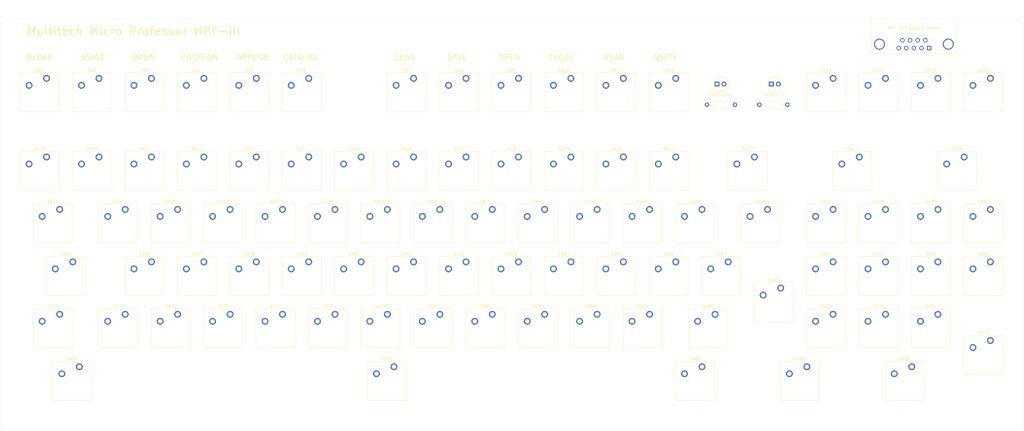
<source format=kicad_pcb>
(kicad_pcb (version 20241229) (generator "pcbnew") (generator_version "9.0")
  (title_block (title "Multitech Micro Professor MPF-III Keyboard") (date "2/DEC/2025") (rev "WIP") (company "Brett Hallen") (comment 1 "www.youtube.com/@Brfff") (comment 2 "github.com/BrettHallen"))
  (layers (0 "F.Cu" signal) (2 "B.Cu" signal) (13 "F.Paste" user) (15 "B.Paste" user) (5 "F.SilkS" user "F.Silkscreen") (7 "B.SilkS" user "B.Silkscreen") (1 "F.Mask" user) (3 "B.Mask" user) (25 "Edge.Cuts" user))
  (net 0 "")
  (net 1 "GND")
  (net 2 "Net-(D1-A)")
  (net 3 "Net-(D2-A)")
  (net 4 "/KB_DATA")
  (net 5 "/STROBE")
  (net 6 "PB1")
  (net 7 "+5V")
  (net 8 "/KB_CLK")
  (net 9 "/AKD")
  (net 10 "PB0")
  (net 11 "/RESET")
  (footprint "Resistor_THT:R_Axial_DIN0207_L6.3mm_D2.5mm_P10.16mm_Horizontal" (layer "F.Cu") (at 309.7553 113.8974 180)
    (property "Reference" "R2" (hide yes))
    (property "Value" "R" (hide yes))
    (pad "1" thru_hole circle (at 0 0 180) (size 1.6 1.6) (drill 0.8) (layers "*.Cu" "*.Mask") (net 3 "Net-(D2-A)"))
    (pad "2" thru_hole circle (at 10.16 0 180) (size 1.6 1.6) (drill 0.8) (layers "*.Cu" "*.Mask"))
  )
  (footprint "PCM_Switch_Keyboard_Cherry_MX:SW_Cherry_MX_PCB_1.00u" (layer "F.Cu") (at 228.60895 137.973)
    (property "Reference" "SW29" (at 0 -8 0) (layer "F.SilkS"))
    (property "Value" ") 0")
    (pad "" np_thru_hole circle (at -5.08 0) (size 1.75 1.75) (drill 1.75) (layers "*.Cu" "*.Mask"))
    (pad "" np_thru_hole circle (at 0 0) (size 4 4) (drill 4) (layers "*.Cu" "*.Mask"))
    (pad "" np_thru_hole circle (at 5.08 0) (size 1.75 1.75) (drill 1.75) (layers "*.Cu" "*.Mask"))
    (pad "1" thru_hole circle (at -3.81 -2.54) (size 2.5 2.5) (drill 1.5) (layers "*.Cu" "*.Mask"))
    (pad "2" thru_hole circle (at 2.54 -5.08) (size 2.5 2.5) (drill 1.5) (layers "*.Cu" "*.Mask"))
  )
  (footprint "PCM_Switch_Keyboard_Cherry_MX:SW_Cherry_MX_PCB_1.00u" (layer "F.Cu") (at 133.35695 137.973)
    (property "Reference" "SW24" (at 0 -8 0) (layer "F.SilkS"))
    (property "Value" "% 5")
    (pad "" np_thru_hole circle (at -5.08 0) (size 1.75 1.75) (drill 1.75) (layers "*.Cu" "*.Mask"))
    (pad "" np_thru_hole circle (at 0 0) (size 4 4) (drill 4) (layers "*.Cu" "*.Mask"))
    (pad "" np_thru_hole circle (at 5.08 0) (size 1.75 1.75) (drill 1.75) (layers "*.Cu" "*.Mask"))
    (pad "1" thru_hole circle (at -3.81 -2.54) (size 2.5 2.5) (drill 1.5) (layers "*.Cu" "*.Mask"))
    (pad "2" thru_hole circle (at 2.54 -5.08) (size 2.5 2.5) (drill 1.5) (layers "*.Cu" "*.Mask"))
  )
  (footprint "PCM_Switch_Keyboard_Cherry_MX:SW_Cherry_MX_PCB_1.00u" (layer "F.Cu") (at 57.15535 137.973)
    (property "Reference" "SW20" (at 0 -8 0) (layer "F.SilkS"))
    (property "Value" "! 1")
    (pad "" np_thru_hole circle (at -5.08 0) (size 1.75 1.75) (drill 1.75) (layers "*.Cu" "*.Mask"))
    (pad "" np_thru_hole circle (at 0 0) (size 4 4) (drill 4) (layers "*.Cu" "*.Mask"))
    (pad "" np_thru_hole circle (at 5.08 0) (size 1.75 1.75) (drill 1.75) (layers "*.Cu" "*.Mask"))
    (pad "1" thru_hole circle (at -3.81 -2.54) (size 2.5 2.5) (drill 1.5) (layers "*.Cu" "*.Mask"))
    (pad "2" thru_hole circle (at 2.54 -5.08) (size 2.5 2.5) (drill 1.5) (layers "*.Cu" "*.Mask"))
  )
  (footprint "PCM_Switch_Keyboard_Cherry_MX:SW_Cherry_MX_PCB_1.00u" (layer "F.Cu") (at 342.91135 157.0234)
    (property "Reference" "SW48" (at 0 -8 0) (layer "F.SilkS"))
    (property "Value" "NP 8")
    (pad "" np_thru_hole circle (at -5.08 0) (size 1.75 1.75) (drill 1.75) (layers "*.Cu" "*.Mask"))
    (pad "" np_thru_hole circle (at 0 0) (size 4 4) (drill 4) (layers "*.Cu" "*.Mask"))
    (pad "" np_thru_hole circle (at 5.08 0) (size 1.75 1.75) (drill 1.75) (layers "*.Cu" "*.Mask"))
    (pad "1" thru_hole circle (at -3.81 -2.54) (size 2.5 2.5) (drill 1.5) (layers "*.Cu" "*.Mask"))
    (pad "2" thru_hole circle (at 2.54 -5.08) (size 2.5 2.5) (drill 1.5) (layers "*.Cu" "*.Mask"))
  )
  (footprint "PCM_Switch_Keyboard_Cherry_MX:SW_Cherry_MX_PCB_1.00u" (layer "F.Cu") (at 238.13415 195.1242)
    (property "Reference" "SW83" (at 0 -8 0) (layer "F.SilkS"))
    (property "Value" "> .")
    (pad "" np_thru_hole circle (at -5.08 0) (size 1.75 1.75) (drill 1.75) (layers "*.Cu" "*.Mask"))
    (pad "" np_thru_hole circle (at 0 0) (size 4 4) (drill 4) (layers "*.Cu" "*.Mask"))
    (pad "" np_thru_hole circle (at 5.08 0) (size 1.75 1.75) (drill 1.75) (layers "*.Cu" "*.Mask"))
    (pad "1" thru_hole circle (at -3.81 -2.54) (size 2.5 2.5) (drill 1.5) (layers "*.Cu" "*.Mask"))
    (pad "2" thru_hole circle (at 2.54 -5.08) (size 2.5 2.5) (drill 1.5) (layers "*.Cu" "*.Mask"))
  )
  (footprint "PCM_Switch_Keyboard_Cherry_MX:SW_Cherry_MX_PCB_7.00u" (layer "F.Cu") (at 164.31385 214.1746)
    (property "Reference" "SW87" (at 0 -8 0) (layer "F.SilkS"))
    (property "Value" "SPACE")
    (pad "" np_thru_hole circle (at -5.08 0) (size 1.75 1.75) (drill 1.75) (layers "*.Cu" "*.Mask"))
    (pad "" np_thru_hole circle (at 0 0) (size 4 4) (drill 4) (layers "*.Cu" "*.Mask"))
    (pad "" np_thru_hole circle (at 5.08 0) (size 1.75 1.75) (drill 1.75) (layers "*.Cu" "*.Mask"))
    (pad "1" thru_hole circle (at -3.81 -2.54) (size 2.5 2.5) (drill 1.5) (layers "*.Cu" "*.Mask"))
    (pad "2" thru_hole circle (at 2.54 -5.08) (size 2.5 2.5) (drill 1.5) (layers "*.Cu" "*.Mask"))
  )
  (footprint "PCM_Switch_Keyboard_Cherry_MX:SW_Cherry_MX_PCB_1.00u" (layer "F.Cu") (at 323.86095 195.1242)
    (property "Reference" "SW69" (at 0 -8 0) (layer "F.SilkS"))
    (property "Value" "NP 1")
    (pad "" np_thru_hole circle (at -5.08 0) (size 1.75 1.75) (drill 1.75) (layers "*.Cu" "*.Mask"))
    (pad "" np_thru_hole circle (at 0 0) (size 4 4) (drill 4) (layers "*.Cu" "*.Mask"))
    (pad "" np_thru_hole circle (at 5.08 0) (size 1.75 1.75) (drill 1.75) (layers "*.Cu" "*.Mask"))
    (pad "1" thru_hole circle (at -3.81 -2.54) (size 2.5 2.5) (drill 1.5) (layers "*.Cu" "*.Mask"))
    (pad "2" thru_hole circle (at 2.54 -5.08) (size 2.5 2.5) (drill 1.5) (layers "*.Cu" "*.Mask"))
  )
  (footprint "PCM_Switch_Keyboard_Cherry_MX:SW_Cherry_MX_PCB_1.00u" (layer "F.Cu") (at 114.30655 109.3974)
    (property "Reference" "SW5" (at 0 -8 0) (layer "F.SilkS"))
    (property "Value" "F5")
    (pad "" np_thru_hole circle (at -5.08 0) (size 1.75 1.75) (drill 1.75) (layers "*.Cu" "*.Mask"))
    (pad "" np_thru_hole circle (at 0 0) (size 4 4) (drill 4) (layers "*.Cu" "*.Mask"))
    (pad "" np_thru_hole circle (at 5.08 0) (size 1.75 1.75) (drill 1.75) (layers "*.Cu" "*.Mask"))
    (pad "1" thru_hole circle (at -3.81 -2.54) (size 2.5 2.5) (drill 1.5) (layers "*.Cu" "*.Mask"))
    (pad "2" thru_hole circle (at 2.54 -5.08) (size 2.5 2.5) (drill 1.5) (layers "*.Cu" "*.Mask"))
  )
  (footprint "PCM_Switch_Keyboard_Cherry_MX:SW_Cherry_MX_PCB_1.00u" (layer "F.Cu") (at 38.10495 137.973)
    (property "Reference" "SW19" (at 0 -8 0) (layer "F.SilkS"))
    (property "Value" "ESC")
    (pad "" np_thru_hole circle (at -5.08 0) (size 1.75 1.75) (drill 1.75) (layers "*.Cu" "*.Mask"))
    (pad "" np_thru_hole circle (at 0 0) (size 4 4) (drill 4) (layers "*.Cu" "*.Mask"))
    (pad "" np_thru_hole circle (at 5.08 0) (size 1.75 1.75) (drill 1.75) (layers "*.Cu" "*.Mask"))
    (pad "1" thru_hole circle (at -3.81 -2.54) (size 2.5 2.5) (drill 1.5) (layers "*.Cu" "*.Mask"))
    (pad "2" thru_hole circle (at 2.54 -5.08) (size 2.5 2.5) (drill 1.5) (layers "*.Cu" "*.Mask"))
  )
  (footprint "PCM_Switch_Keyboard_Cherry_MX:SW_Cherry_MX_PCB_1.00u" (layer "F.Cu") (at 209.55855 109.3974)
    (property "Reference" "SW9" (at 0 -8 0) (layer "F.SilkS"))
    (property "Value" "F9")
    (pad "" np_thru_hole circle (at -5.08 0) (size 1.75 1.75) (drill 1.75) (layers "*.Cu" "*.Mask"))
    (pad "" np_thru_hole circle (at 0 0) (size 4 4) (drill 4) (layers "*.Cu" "*.Mask"))
    (pad "" np_thru_hole circle (at 5.08 0) (size 1.75 1.75) (drill 1.75) (layers "*.Cu" "*.Mask"))
    (pad "1" thru_hole circle (at -3.81 -2.54) (size 2.5 2.5) (drill 1.5) (layers "*.Cu" "*.Mask"))
    (pad "2" thru_hole circle (at 2.54 -5.08) (size 2.5 2.5) (drill 1.5) (layers "*.Cu" "*.Mask"))
  )
  (footprint "PCM_Switch_Keyboard_Cherry_MX:SW_Cherry_MX_PCB_1.00u" (layer "F.Cu") (at 209.55855 137.973)
    (property "Reference" "SW28" (at 0 -8 0) (layer "F.SilkS"))
    (property "Value" "( 9")
    (pad "" np_thru_hole circle (at -5.08 0) (size 1.75 1.75) (drill 1.75) (layers "*.Cu" "*.Mask"))
    (pad "" np_thru_hole circle (at 0 0) (size 4 4) (drill 4) (layers "*.Cu" "*.Mask"))
    (pad "" np_thru_hole circle (at 5.08 0) (size 1.75 1.75) (drill 1.75) (layers "*.Cu" "*.Mask"))
    (pad "1" thru_hole circle (at -3.81 -2.54) (size 2.5 2.5) (drill 1.5) (layers "*.Cu" "*.Mask"))
    (pad "2" thru_hole circle (at 2.54 -5.08) (size 2.5 2.5) (drill 1.5) (layers "*.Cu" "*.Mask"))
  )
  (footprint "PCM_Switch_Keyboard_Cherry_MX:SW_Cherry_MX_PCB_1.00u" (layer "F.Cu") (at 209.55855 176.0738)
    (property "Reference" "SW63" (at 0 -8 0) (layer "F.SilkS"))
    (property "Value" "K")
    (pad "" np_thru_hole circle (at -5.08 0) (size 1.75 1.75) (drill 1.75) (layers "*.Cu" "*.Mask"))
    (pad "" np_thru_hole circle (at 0 0) (size 4 4) (drill 4) (layers "*.Cu" "*.Mask"))
    (pad "" np_thru_hole circle (at 5.08 0) (size 1.75 1.75) (drill 1.75) (layers "*.Cu" "*.Mask"))
    (pad "1" thru_hole circle (at -3.81 -2.54) (size 2.5 2.5) (drill 1.5) (layers "*.Cu" "*.Mask"))
    (pad "2" thru_hole circle (at 2.54 -5.08) (size 2.5 2.5) (drill 1.5) (layers "*.Cu" "*.Mask"))
  )
  (footprint "PCM_Switch_Keyboard_Cherry_MX:SW_Cherry_MX_PCB_1.00u" (layer "F.Cu") (at 123.83175 195.1242)
    (property "Reference" "SW77" (at 0 -8 0) (layer "F.SilkS"))
    (property "Value" "C")
    (pad "" np_thru_hole circle (at -5.08 0) (size 1.75 1.75) (drill 1.75) (layers "*.Cu" "*.Mask"))
    (pad "" np_thru_hole circle (at 0 0) (size 4 4) (drill 4) (layers "*.Cu" "*.Mask"))
    (pad "" np_thru_hole circle (at 5.08 0) (size 1.75 1.75) (drill 1.75) (layers "*.Cu" "*.Mask"))
    (pad "1" thru_hole circle (at -3.81 -2.54) (size 2.5 2.5) (drill 1.5) (layers "*.Cu" "*.Mask"))
    (pad "2" thru_hole circle (at 2.54 -5.08) (size 2.5 2.5) (drill 1.5) (layers "*.Cu" "*.Mask"))
  )
  (footprint "PCM_Switch_Keyboard_Cherry_MX:SW_Cherry_MX_PCB_2.00u" (layer "F.Cu") (at 295.28535 137.973)
    (property "Reference" "SW32" (at 0 -8 0) (layer "F.SilkS"))
    (property "Value" "<--")
    (pad "" np_thru_hole circle (at -5.08 0) (size 1.75 1.75) (drill 1.75) (layers "*.Cu" "*.Mask"))
    (pad "" np_thru_hole circle (at 0 0) (size 4 4) (drill 4) (layers "*.Cu" "*.Mask"))
    (pad "" np_thru_hole circle (at 5.08 0) (size 1.75 1.75) (drill 1.75) (layers "*.Cu" "*.Mask"))
    (pad "1" thru_hole circle (at -3.81 -2.54) (size 2.5 2.5) (drill 1.5) (layers "*.Cu" "*.Mask"))
    (pad "2" thru_hole circle (at 2.54 -5.08) (size 2.5 2.5) (drill 1.5) (layers "*.Cu" "*.Mask"))
  )
  (footprint "PCM_Switch_Keyboard_Cherry_MX:SW_Cherry_MX_PCB_2.00u" (layer "F.Cu") (at 276.23495 214.1746)
    (property "Reference" "SW88" (at 0 -8 0) (layer "F.SilkS"))
    (property "Value" "CAPS LOCK")
    (pad "" np_thru_hole circle (at -5.08 0) (size 1.75 1.75) (drill 1.75) (layers "*.Cu" "*.Mask"))
    (pad "" np_thru_hole circle (at 0 0) (size 4 4) (drill 4) (layers "*.Cu" "*.Mask"))
    (pad "" np_thru_hole circle (at 5.08 0) (size 1.75 1.75) (drill 1.75) (layers "*.Cu" "*.Mask"))
    (pad "1" thru_hole circle (at -3.81 -2.54) (size 2.5 2.5) (drill 1.5) (layers "*.Cu" "*.Mask"))
    (pad "2" thru_hole circle (at 2.54 -5.08) (size 2.5 2.5) (drill 1.5) (layers "*.Cu" "*.Mask"))
  )
  (footprint "PCM_Switch_Keyboard_Cherry_MX:SW_Cherry_MX_PCB_1.00u" (layer "F.Cu") (at 76.20575 137.973)
    (property "Reference" "SW21" (at 0 -8 0) (layer "F.SilkS"))
    (property "Value" "@ 2")
    (pad "" np_thru_hole circle (at -5.08 0) (size 1.75 1.75) (drill 1.75) (layers "*.Cu" "*.Mask"))
    (pad "" np_thru_hole circle (at 0 0) (size 4 4) (drill 4) (layers "*.Cu" "*.Mask"))
    (pad "" np_thru_hole circle (at 5.08 0) (size 1.75 1.75) (drill 1.75) (layers "*.Cu" "*.Mask"))
    (pad "1" thru_hole circle (at -3.81 -2.54) (size 2.5 2.5) (drill 1.5) (layers "*.Cu" "*.Mask"))
    (pad "2" thru_hole circle (at 2.54 -5.08) (size 2.5 2.5) (drill 1.5) (layers "*.Cu" "*.Mask"))
  )
  (footprint "PCM_Switch_Keyboard_Cherry_MX:SW_Cherry_MX_PCB_1.00u" (layer "F.Cu") (at 247.65935 137.973)
    (property "Reference" "SW30" (at 0 -8 0) (layer "F.SilkS"))
    (property "Value" "_ -")
    (pad "" np_thru_hole circle (at -5.08 0) (size 1.75 1.75) (drill 1.75) (layers "*.Cu" "*.Mask"))
    (pad "" np_thru_hole circle (at 0 0) (size 4 4) (drill 4) (layers "*.Cu" "*.Mask"))
    (pad "" np_thru_hole circle (at 5.08 0) (size 1.75 1.75) (drill 1.75) (layers "*.Cu" "*.Mask"))
    (pad "1" thru_hole circle (at -3.81 -2.54) (size 2.5 2.5) (drill 1.5) (layers "*.Cu" "*.Mask"))
    (pad "2" thru_hole circle (at 2.54 -5.08) (size 2.5 2.5) (drill 1.5) (layers "*.Cu" "*.Mask"))
  )
  (footprint "PCM_Switch_Keyboard_Cherry_MX:SW_Cherry_MX_PCB_1.00u" (layer "F.Cu") (at 381.01215 109.3974)
    (property "Reference" "SW16" (at 0 -8 0) (layer "F.SilkS"))
    (property "Value" "RESET")
    (pad "" np_thru_hole circle (at -5.08 0) (size 1.75 1.75) (drill 1.75) (layers "*.Cu" "*.Mask"))
    (pad "" np_thru_hole circle (at 0 0) (size 4 4) (drill 4) (layers "*.Cu" "*.Mask"))
    (pad "" np_thru_hole circle (at 5.08 0) (size 1.75 1.75) (drill 1.75) (layers "*.Cu" "*.Mask"))
    (pad "1" thru_hole circle (at -3.81 -2.54) (size 2.5 2.5) (drill 1.5) (layers "*.Cu" "*.Mask"))
    (pad "2" thru_hole circle (at 2.54 -5.08) (size 2.5 2.5) (drill 1.5) (layers "*.Cu" "*.Mask"))
  )
  (footprint "PCM_Switch_Keyboard_Cherry_MX:SW_Cherry_MX_PCB_1.00u" (layer "F.Cu") (at 361.96175 157.0234)
    (property "Reference" "SW49" (at 0 -8 0) (layer "F.SilkS"))
    (property "Value" "NP 9")
    (pad "" np_thru_hole circle (at -5.08 0) (size 1.75 1.75) (drill 1.75) (layers "*.Cu" "*.Mask"))
    (pad "" np_thru_hole circle (at 0 0) (size 4 4) (drill 4) (layers "*.Cu" "*.Mask"))
    (pad "" np_thru_hole circle (at 5.08 0) (size 1.75 1.75) (drill 1.75) (layers "*.Cu" "*.Mask"))
    (pad "1" thru_hole circle (at -3.81 -2.54) (size 2.5 2.5) (drill 1.5) (layers "*.Cu" "*.Mask"))
    (pad "2" thru_hole circle (at 2.54 -5.08) (size 2.5 2.5) (drill 1.5) (layers "*.Cu" "*.Mask"))
  )
  (footprint "PCM_Switch_Keyboard_Cherry_MX:SW_Cherry_MX_PCB_1.00u" (layer "F.Cu") (at 200.03335 195.1242)
    (property "Reference" "SW81" (at 0 -8 0) (layer "F.SilkS"))
    (property "Value" "M")
    (pad "" np_thru_hole circle (at -5.08 0) (size 1.75 1.75) (drill 1.75) (layers "*.Cu" "*.Mask"))
    (pad "" np_thru_hole circle (at 0 0) (size 4 4) (drill 4) (layers "*.Cu" "*.Mask"))
    (pad "" np_thru_hole circle (at 5.08 0) (size 1.75 1.75) (drill 1.75) (layers "*.Cu" "*.Mask"))
    (pad "1" thru_hole circle (at -3.81 -2.54) (size 2.5 2.5) (drill 1.5) (layers "*.Cu" "*.Mask"))
    (pad "2" thru_hole circle (at 2.54 -5.08) (size 2.5 2.5) (drill 1.5) (layers "*.Cu" "*.Mask"))
  )
  (footprint "PCM_Switch_Keyboard_Cherry_MX:SW_Cherry_MX_PCB_1.00u" (layer "F.Cu") (at 228.60895 109.3974)
    (property "Reference" "SW10" (at 0 -8 0) (layer "F.SilkS"))
    (property "Value" "F10")
    (pad "" np_thru_hole circle (at -5.08 0) (size 1.75 1.75) (drill 1.75) (layers "*.Cu" "*.Mask"))
    (pad "" np_thru_hole circle (at 0 0) (size 4 4) (drill 4) (layers "*.Cu" "*.Mask"))
    (pad "" np_thru_hole circle (at 5.08 0) (size 1.75 1.75) (drill 1.75) (layers "*.Cu" "*.Mask"))
    (pad "1" thru_hole circle (at -3.81 -2.54) (size 2.5 2.5) (drill 1.5) (layers "*.Cu" "*.Mask"))
    (pad "2" thru_hole circle (at 2.54 -5.08) (size 2.5 2.5) (drill 1.5) (layers "*.Cu" "*.Mask"))
  )
  (footprint "PCM_Switch_Keyboard_Cherry_MX:SW_Cherry_MX_PCB_1.00u" (layer "F.Cu") (at 180.98295 195.1242)
    (property "Reference" "SW80" (at 0 -8 0) (layer "F.SilkS"))
    (property "Value" "N")
    (pad "" np_thru_hole circle (at -5.08 0) (size 1.75 1.75) (drill 1.75) (layers "*.Cu" "*.Mask"))
    (pad "" np_thru_hole circle (at 0 0) (size 4 4) (drill 4) (layers "*.Cu" "*.Mask"))
    (pad "" np_thru_hole circle (at 5.08 0) (size 1.75 1.75) (drill 1.75) (layers "*.Cu" "*.Mask"))
    (pad "1" thru_hole circle (at -3.81 -2.54) (size 2.5 2.5) (drill 1.5) (layers "*.Cu" "*.Mask"))
    (pad "2" thru_hole circle (at 2.54 -5.08) (size 2.5 2.5) (drill 1.5) (layers "*.Cu" "*.Mask"))
  )
  (footprint "LED_THT:LED_D5.0mm" (layer "F.Cu") (at 303.9803 106.3974)
    (property "Reference" "D2" (hide yes))
    (property "Value" "NUM LOCK" (at 1.27 3.96 0) (layer "F.SilkS"))
    (pad "1" thru_hole rect (at 0 0) (size 1.8 1.8) (drill 0.9) (layers "*.Cu" "*.Mask") (net 1 "GND"))
    (pad "2" thru_hole circle (at 2.54 0) (size 1.8 1.8) (drill 0.9) (layers "*.Cu" "*.Mask") (net 3 "Net-(D2-A)"))
  )
  (footprint "PCM_Switch_Keyboard_Cherry_MX:SW_Cherry_MX_PCB_1.00u" (layer "F.Cu") (at 104.78135 157.0234)
    (property "Reference" "SW36" (at 0 -8 0) (layer "F.SilkS"))
    (property "Value" "E")
    (pad "" np_thru_hole circle (at -5.08 0) (size 1.75 1.75) (drill 1.75) (layers "*.Cu" "*.Mask"))
    (pad "" np_thru_hole circle (at 0 0) (size 4 4) (drill 4) (layers "*.Cu" "*.Mask"))
    (pad "" np_thru_hole circle (at 5.08 0) (size 1.75 1.75) (drill 1.75) (layers "*.Cu" "*.Mask"))
    (pad "1" thru_hole circle (at -3.81 -2.54) (size 2.5 2.5) (drill 1.5) (layers "*.Cu" "*.Mask"))
    (pad "2" thru_hole circle (at 2.54 -5.08) (size 2.5 2.5) (drill 1.5) (layers "*.Cu" "*.Mask"))
  )
  (footprint "PCM_Switch_Keyboard_Cherry_MX:SW_Cherry_MX_PCB_2.00u_90deg" (layer "F.Cu") (at 304.81055 185.599)
    (property "Reference" "SW68" (at 0 -8 0) (layer "F.SilkS"))
    (property "Value" "RETURN")
    (pad "" np_thru_hole circle (at -5.08 0) (size 1.75 1.75) (drill 1.75) (layers "*.Cu" "*.Mask"))
    (pad "" np_thru_hole circle (at 0 0) (size 4 4) (drill 4) (layers "*.Cu" "*.Mask"))
    (pad "" np_thru_hole circle (at 5.08 0) (size 1.75 1.75) (drill 1.75) (layers "*.Cu" "*.Mask"))
    (pad "1" thru_hole circle (at -3.81 -2.54) (size 2.5 2.5) (drill 1.5) (layers "*.Cu" "*.Mask"))
    (pad "2" thru_hole circle (at 2.54 -5.08) (size 2.5 2.5) (drill 1.5) (layers "*.Cu" "*.Mask"))
  )
  (footprint "PCM_Switch_Keyboard_Cherry_MX:SW_Cherry_MX_PCB_1.00u" (layer "F.Cu") (at 95.25615 109.3974)
    (property "Reference" "SW4" (at 0 -8 0) (layer "F.SilkS"))
    (property "Value" "F4")
    (pad "" np_thru_hole circle (at -5.08 0) (size 1.75 1.75) (drill 1.75) (layers "*.Cu" "*.Mask"))
    (pad "" np_thru_hole circle (at 0 0) (size 4 4) (drill 4) (layers "*.Cu" "*.Mask"))
    (pad "" np_thru_hole circle (at 5.08 0) (size 1.75 1.75) (drill 1.75) (layers "*.Cu" "*.Mask"))
    (pad "1" thru_hole circle (at -3.81 -2.54) (size 2.5 2.5) (drill 1.5) (layers "*.Cu" "*.Mask"))
    (pad "2" thru_hole circle (at 2.54 -5.08) (size 2.5 2.5) (drill 1.5) (layers "*.Cu" "*.Mask"))
  )
  (footprint "PCM_Switch_Keyboard_Cherry_MX:SW_Cherry_MX_PCB_1.00u" (layer "F.Cu") (at 95.25615 176.0738)
    (property "Reference" "SW57" (at 0 -8 0) (layer "F.SilkS"))
    (property "Value" "S")
    (pad "" np_thru_hole circle (at -5.08 0) (size 1.75 1.75) (drill 1.75) (layers "*.Cu" "*.Mask"))
    (pad "" np_thru_hole circle (at 0 0) (size 4 4) (drill 4) (layers "*.Cu" "*.Mask"))
    (pad "" np_thru_hole circle (at 5.08 0) (size 1.75 1.75) (drill 1.75) (layers "*.Cu" "*.Mask"))
    (pad "1" thru_hole circle (at -3.81 -2.54) (size 2.5 2.5) (drill 1.5) (layers "*.Cu" "*.Mask"))
    (pad "2" thru_hole circle (at 2.54 -5.08) (size 2.5 2.5) (drill 1.5) (layers "*.Cu" "*.Mask"))
  )
  (footprint "PCM_Switch_Keyboard_Cherry_MX:SW_Cherry_MX_PCB_1.00u" (layer "F.Cu") (at 247.65935 109.3974)
    (property "Reference" "SW11" (at 0 -8 0) (layer "F.SilkS"))
    (property "Value" "F11")
    (pad "" np_thru_hole circle (at -5.08 0) (size 1.75 1.75) (drill 1.75) (layers "*.Cu" "*.Mask"))
    (pad "" np_thru_hole circle (at 0 0) (size 4 4) (drill 4) (layers "*.Cu" "*.Mask"))
    (pad "" np_thru_hole circle (at 5.08 0) (size 1.75 1.75) (drill 1.75) (layers "*.Cu" "*.Mask"))
    (pad "1" thru_hole circle (at -3.81 -2.54) (size 2.5 2.5) (drill 1.5) (layers "*.Cu" "*.Mask"))
    (pad "2" thru_hole circle (at 2.54 -5.08) (size 2.5 2.5) (drill 1.5) (layers "*.Cu" "*.Mask"))
  )
  (footprint "PCM_Switch_Keyboard_Cherry_MX:SW_Cherry_MX_PCB_1.00u" (layer "F.Cu") (at 228.60895 176.0738)
    (property "Reference" "SW64" (at 0 -8 0) (layer "F.SilkS"))
    (property "Value" "L")
    (pad "" np_thru_hole circle (at -5.08 0) (size 1.75 1.75) (drill 1.75) (layers "*.Cu" "*.Mask"))
    (pad "" np_thru_hole circle (at 0 0) (size 4 4) (drill 4) (layers "*.Cu" "*.Mask"))
    (pad "" np_thru_hole circle (at 5.08 0) (size 1.75 1.75) (drill 1.75) (layers "*.Cu" "*.Mask"))
    (pad "1" thru_hole circle (at -3.81 -2.54) (size 2.5 2.5) (drill 1.5) (layers "*.Cu" "*.Mask"))
    (pad "2" thru_hole circle (at 2.54 -5.08) (size 2.5 2.5) (drill 1.5) (layers "*.Cu" "*.Mask"))
  )
  (footprint "PCM_Switch_Keyboard_Cherry_MX:SW_Cherry_MX_PCB_1.00u" (layer "F.Cu") (at 85.73095 195.1242)
    (property "Reference" "SW75" (at 0 -8 0) (layer "F.SilkS"))
    (property "Value" "Z")
    (pad "" np_thru_hole circle (at -5.08 0) (size 1.75 1.75) (drill 1.75) (layers "*.Cu" "*.Mask"))
    (pad "" np_thru_hole circle (at 0 0) (size 4 4) (drill 4) (layers "*.Cu" "*.Mask"))
    (pad "" np_thru_hole circle (at 5.08 0) (size 1.75 1.75) (drill 1.75) (layers "*.Cu" "*.Mask"))
    (pad "1" thru_hole circle (at -3.81 -2.54) (size 2.5 2.5) (drill 1.5) (layers "*.Cu" "*.Mask"))
    (pad "2" thru_hole circle (at 2.54 -5.08) (size 2.5 2.5) (drill 1.5) (layers "*.Cu" "*.Mask"))
  )
  (footprint "PCM_Switch_Keyboard_Cherry_MX:SW_Cherry_MX_PCB_1.00u" (layer "F.Cu") (at 238.13415 157.0234)
    (property "Reference" "SW43" (at 0 -8 0) (layer "F.SilkS"))
    (property "Value" "P")
    (pad "" np_thru_hole circle (at -5.08 0) (size 1.75 1.75) (drill 1.75) (layers "*.Cu" "*.Mask"))
    (pad "" np_thru_hole circle (at 0 0) (size 4 4) (drill 4) (layers "*.Cu" "*.Mask"))
    (pad "" np_thru_hole circle (at 5.08 0) (size 1.75 1.75) (drill 1.75) (layers "*.Cu" "*.Mask"))
    (pad "1" thru_hole circle (at -3.81 -2.54) (size 2.5 2.5) (drill 1.5) (layers "*.Cu" "*.Mask"))
    (pad "2" thru_hole circle (at 2.54 -5.08) (size 2.5 2.5) (drill 1.5) (layers "*.Cu" "*.Mask"))
  )
  (footprint "PCM_Switch_Keyboard_Cherry_MX:SW_Cherry_MX_PCB_1.00u" (layer "F.Cu") (at 361.96175 176.0738)
    (property "Reference" "SW53" (at 0 -8 0) (layer "F.SilkS"))
    (property "Value" "NP 6")
    (pad "" np_thru_hole circle (at -5.08 0) (size 1.75 1.75) (drill 1.75) (layers "*.Cu" "*.Mask"))
    (pad "" np_thru_hole circle (at 0 0) (size 4 4) (drill 4) (layers "*.Cu" "*.Mask"))
    (pad "" np_thru_hole circle (at 5.08 0) (size 1.75 1.75) (drill 1.75) (layers "*.Cu" "*.Mask"))
    (pad "1" thru_hole circle (at -3.81 -2.54) (size 2.5 2.5) (drill 1.5) (layers "*.Cu" "*.Mask"))
    (pad "2" thru_hole circle (at 2.54 -5.08) (size 2.5 2.5) (drill 1.5) (layers "*.Cu" "*.Mask"))
  )
  (footprint "PCM_Switch_Keyboard_Cherry_MX:SW_Cherry_MX_PCB_1.00u" (layer "F.Cu") (at 161.93255 157.0234)
    (property "Reference" "SW39" (at 0 -8 0) (layer "F.SilkS"))
    (property "Value" "Y")
    (pad "" np_thru_hole circle (at -5.08 0) (size 1.75 1.75) (drill 1.75) (layers "*.Cu" "*.Mask"))
    (pad "" np_thru_hole circle (at 0 0) (size 4 4) (drill 4) (layers "*.Cu" "*.Mask"))
    (pad "" np_thru_hole circle (at 5.08 0) (size 1.75 1.75) (drill 1.75) (layers "*.Cu" "*.Mask"))
    (pad "1" thru_hole circle (at -3.81 -2.54) (size 2.5 2.5) (drill 1.5) (layers "*.Cu" "*.Mask"))
    (pad "2" thru_hole circle (at 2.54 -5.08) (size 2.5 2.5) (drill 1.5) (layers "*.Cu" "*.Mask"))
  )
  (footprint "PCM_Switch_Keyboard_Cherry_MX:SW_Cherry_MX_PCB_1.00u" (layer "F.Cu") (at 38.10495 109.3974)
    (property "Reference" "SW1" (at 0 -8 0) (layer "F.SilkS"))
    (property "Value" "F1")
    (pad "" np_thru_hole circle (at -5.08 0) (size 1.75 1.75) (drill 1.75) (layers "*.Cu" "*.Mask"))
    (pad "" np_thru_hole circle (at 0 0) (size 4 4) (drill 4) (layers "*.Cu" "*.Mask"))
    (pad "" np_thru_hole circle (at 5.08 0) (size 1.75 1.75) (drill 1.75) (layers "*.Cu" "*.Mask"))
    (pad "1" thru_hole circle (at -3.81 -2.54) (size 2.5 2.5) (drill 1.5) (layers "*.Cu" "*.Mask"))
    (pad "2" thru_hole circle (at 2.54 -5.08) (size 2.5 2.5) (drill 1.5) (layers "*.Cu" "*.Mask"))
  )
  (footprint "PCM_Switch_Keyboard_Cherry_MX:SW_Cherry_MX_PCB_1.00u" (layer "F.Cu") (at 361.96175 195.1242)
    (property "Reference" "SW71" (at 0 -8 0) (layer "F.SilkS"))
    (property "Value" "NP 3")
    (pad "" np_thru_hole circle (at -5.08 0) (size 1.75 1.75) (drill 1.75) (layers "*.Cu" "*.Mask"))
    (pad "" np_thru_hole circle (at 0 0) (size 4 4) (drill 4) (layers "*.Cu" "*.Mask"))
    (pad "" np_thru_hole circle (at 5.08 0) (size 1.75 1.75) (drill 1.75) (layers "*.Cu" "*.Mask"))
    (pad "1" thru_hole circle (at -3.81 -2.54) (size 2.5 2.5) (drill 1.5) (layers "*.Cu" "*.Mask"))
    (pad "2" thru_hole circle (at 2.54 -5.08) (size 2.5 2.5) (drill 1.5) (layers "*.Cu" "*.Mask"))
  )
  (footprint "PCM_Switch_Keyboard_Cherry_MX:SW_Cherry_MX_PCB_1.00u" (layer "F.Cu") (at 114.30655 176.0738)
    (property "Reference" "SW58" (at 0 -8 0) (layer "F.SilkS"))
    (property "Value" "D")
    (pad "" np_thru_hole circle (at -5.08 0) (size 1.75 1.75) (drill 1.75) (layers "*.Cu" "*.Mask"))
    (pad "" np_thru_hole circle (at 0 0) (size 4 4) (drill 4) (layers "*.Cu" "*.Mask"))
    (pad "" np_thru_hole circle (at 5.08 0) (size 1.75 1.75) (drill 1.75) (layers "*.Cu" "*.Mask"))
    (pad "1" thru_hole circle (at -3.81 -2.54) (size 2.5 2.5) (drill 1.5) (layers "*.Cu" "*.Mask"))
    (pad "2" thru_hole circle (at 2.54 -5.08) (size 2.5 2.5) (drill 1.5) (layers "*.Cu" "*.Mask"))
  )
  (footprint "Resistor_THT:R_Axial_DIN0207_L6.3mm_D2.5mm_P10.16mm_Horizontal" (layer "F.Cu") (at 290.7553 113.8974 180)
    (property "Reference" "R1" (hide yes))
    (property "Value" "R" (hide yes))
    (pad "1" thru_hole circle (at 0 0 180) (size 1.6 1.6) (drill 0.8) (layers "*.Cu" "*.Mask") (net 2 "Net-(D1-A)"))
    (pad "2" thru_hole circle (at 10.16 0 180) (size 1.6 1.6) (drill 0.8) (layers "*.Cu" "*.Mask"))
  )
  (footprint "PCM_Switch_Keyboard_Cherry_MX:SW_Cherry_MX_PCB_1.00u" (layer "F.Cu") (at 161.93255 195.1242)
    (property "Reference" "SW79" (at 0 -8 0) (layer "F.SilkS"))
    (property "Value" "B")
    (pad "" np_thru_hole circle (at -5.08 0) (size 1.75 1.75) (drill 1.75) (layers "*.Cu" "*.Mask"))
    (pad "" np_thru_hole circle (at 0 0) (size 4 4) (drill 4) (layers "*.Cu" "*.Mask"))
    (pad "" np_thru_hole circle (at 5.08 0) (size 1.75 1.75) (drill 1.75) (layers "*.Cu" "*.Mask"))
    (pad "1" thru_hole circle (at -3.81 -2.54) (size 2.5 2.5) (drill 1.5) (layers "*.Cu" "*.Mask"))
    (pad "2" thru_hole circle (at 2.54 -5.08) (size 2.5 2.5) (drill 1.5) (layers "*.Cu" "*.Mask"))
  )
  (footprint "PCM_Switch_Keyboard_Cherry_MX:SW_Cherry_MX_PCB_1.00u" (layer "F.Cu") (at 66.68055 157.0234)
    (property "Reference" "SW34" (at 0 -8 0) (layer "F.SilkS"))
    (property "Value" "Q")
    (pad "" np_thru_hole circle (at -5.08 0) (size 1.75 1.75) (drill 1.75) (layers "*.Cu" "*.Mask"))
    (pad "" np_thru_hole circle (at 0 0) (size 4 4) (drill 4) (layers "*.Cu" "*.Mask"))
    (pad "" np_thru_hole circle (at 5.08 0) (size 1.75 1.75) (drill 1.75) (layers "*.Cu" "*.Mask"))
    (pad "1" thru_hole circle (at -3.81 -2.54) (size 2.5 2.5) (drill 1.5) (layers "*.Cu" "*.Mask"))
    (pad "2" thru_hole circle (at 2.54 -5.08) (size 2.5 2.5) (drill 1.5) (layers "*.Cu" "*.Mask"))
  )
  (footprint "MountingHole:MountingHole_3.2mm_M3" (layer "F.Cu") (at 392.2553 228.3974)
    (property "Reference" "H6" (hide yes))
    (property "Value" "MountingHole" (hide yes))
    (pad "" np_thru_hole circle (at 0 0) (size 3.2 3.2) (drill 3.2) (layers "*.Cu" "*.Mask"))
  )
  (footprint "PCM_Switch_Keyboard_Cherry_MX:SW_Cherry_MX_PCB_1.00u" (layer "F.Cu") (at 171.45775 176.0738)
    (property "Reference" "SW61" (at 0 -8 0) (layer "F.SilkS"))
    (property "Value" "H")
    (pad "" np_thru_hole circle (at -5.08 0) (size 1.75 1.75) (drill 1.75) (layers "*.Cu" "*.Mask"))
    (pad "" np_thru_hole circle (at 0 0) (size 4 4) (drill 4) (layers "*.Cu" "*.Mask"))
    (pad "" np_thru_hole circle (at 5.08 0) (size 1.75 1.75) (drill 1.75) (layers "*.Cu" "*.Mask"))
    (pad "1" thru_hole circle (at -3.81 -2.54) (size 2.5 2.5) (drill 1.5) (layers "*.Cu" "*.Mask"))
    (pad "2" thru_hole circle (at 2.54 -5.08) (size 2.5 2.5) (drill 1.5) (layers "*.Cu" "*.Mask"))
  )
  (footprint "PCM_Switch_Keyboard_Cherry_MX:SW_Cherry_MX_PCB_2.25u" (layer "F.Cu") (at 50.01145 214.1746)
    (property "Reference" "SW86" (at 0 -8 0) (layer "F.SilkS"))
    (property "Value" "ALT")
    (pad "" np_thru_hole circle (at -5.08 0) (size 1.75 1.75) (drill 1.75) (layers "*.Cu" "*.Mask"))
    (pad "" np_thru_hole circle (at 0 0) (size 4 4) (drill 4) (layers "*.Cu" "*.Mask"))
    (pad "" np_thru_hole circle (at 5.08 0) (size 1.75 1.75) (drill 1.75) (layers "*.Cu" "*.Mask"))
    (pad "1" thru_hole circle (at -3.81 -2.54) (size 2.5 2.5) (drill 1.5) (layers "*.Cu" "*.Mask"))
    (pad "2" thru_hole circle (at 2.54 -5.08) (size 2.5 2.5) (drill 1.5) (layers "*.Cu" "*.Mask"))
  )
  (footprint "PCM_Switch_Keyboard_Cherry_MX:SW_Cherry_MX_PCB_1.00u" (layer "F.Cu") (at 190.50815 109.3974)
    (property "Reference" "SW8" (at 0 -8 0) (layer "F.SilkS"))
    (property "Value" "F8")
    (pad "" np_thru_hole circle (at -5.08 0) (size 1.75 1.75) (drill 1.75) (layers "*.Cu" "*.Mask"))
    (pad "" np_thru_hole circle (at 0 0) (size 4 4) (drill 4) (layers "*.Cu" "*.Mask"))
    (pad "" np_thru_hole circle (at 5.08 0) (size 1.75 1.75) (drill 1.75) (layers "*.Cu" "*.Mask"))
    (pad "1" thru_hole circle (at -3.81 -2.54) (size 2.5 2.5) (drill 1.5) (layers "*.Cu" "*.Mask"))
    (pad "2" thru_hole circle (at 2.54 -5.08) (size 2.5 2.5) (drill 1.5) (layers "*.Cu" "*.Mask"))
  )
  (footprint "PCM_Switch_Keyboard_Cherry_MX:SW_Cherry_MX_PCB_1.00u" (layer "F.Cu") (at 180.98295 157.0234)
    (property "Reference" "SW40" (at 0 -8 0) (layer "F.SilkS"))
    (property "Value" "U")
    (pad "" np_thru_hole circle (at -5.08 0) (size 1.75 1.75) (drill 1.75) (layers "*.Cu" "*.Mask"))
    (pad "" np_thru_hole circle (at 0 0) (size 4 4) (drill 4) (layers "*.Cu" "*.Mask"))
    (pad "" np_thru_hole circle (at 5.08 0) (size 1.75 1.75) (drill 1.75) (layers "*.Cu" "*.Mask"))
    (pad "1" thru_hole circle (at -3.81 -2.54) (size 2.5 2.5) (drill 1.5) (layers "*.Cu" "*.Mask"))
    (pad "2" thru_hole circle (at 2.54 -5.08) (size 2.5 2.5) (drill 1.5) (layers "*.Cu" "*.Mask"))
  )
  (footprint "PCM_Switch_Keyboard_Cherry_MX:SW_Cherry_MX_PCB_2.00u" (layer "F.Cu") (at 371.48695 137.973)
    (property "Reference" "SW18" (at 0 -8 0) (layer "F.SilkS"))
    (property "Value" "HALT")
    (pad "" np_thru_hole circle (at -5.08 0) (size 1.75 1.75) (drill 1.75) (layers "*.Cu" "*.Mask"))
    (pad "" np_thru_hole circle (at 0 0) (size 4 4) (drill 4) (layers "*.Cu" "*.Mask"))
    (pad "" np_thru_hole circle (at 5.08 0) (size 1.75 1.75) (drill 1.75) (layers "*.Cu" "*.Mask"))
    (pad "1" thru_hole circle (at -3.81 -2.54) (size 2.5 2.5) (drill 1.5) (layers "*.Cu" "*.Mask"))
    (pad "2" thru_hole circle (at 2.54 -5.08) (size 2.5 2.5) (drill 1.5) (layers "*.Cu" "*.Mask"))
  )
  (footprint "PCM_Switch_Keyboard_Cherry_MX:SW_Cherry_MX_PCB_2.00u" (layer "F.Cu") (at 47.63015 176.0738)
    (property "Reference" "SW55" (at 0 -8 0) (layer "F.SilkS"))
    (property "Value" "CTRL")
    (pad "" np_thru_hole circle (at -5.08 0) (size 1.75 1.75) (drill 1.75) (layers "*.Cu" "*.Mask"))
    (pad "" np_thru_hole circle (at 0 0) (size 4 4) (drill 4) (layers "*.Cu" "*.Mask"))
    (pad "" np_thru_hole circle (at 5.08 0) (size 1.75 1.75) (drill 1.75) (layers "*.Cu" "*.Mask"))
    (pad "1" thru_hole circle (at -3.81 -2.54) (size 2.5 2.5) (drill 1.5) (layers "*.Cu" "*.Mask"))
    (pad "2" thru_hole circle (at 2.54 -5.08) (size 2.5 2.5) (drill 1.5) (layers "*.Cu" "*.Mask"))
  )
  (footprint "PCM_Switch_Keyboard_Cherry_MX:SW_Cherry_MX_PCB_1.00u" (layer "F.Cu") (at 85.73095 157.0234)
    (property "Reference" "SW35" (at 0 -8 0) (layer "F.SilkS"))
    (property "Value" "W")
    (pad "" np_thru_hole circle (at -5.08 0) (size 1.75 1.75) (drill 1.75) (layers "*.Cu" "*.Mask"))
    (pad "" np_thru_hole circle (at 0 0) (size 4 4) (drill 4) (layers "*.Cu" "*.Mask"))
    (pad "" np_thru_hole circle (at 5.08 0) (size 1.75 1.75) (drill 1.75) (layers "*.Cu" "*.Mask"))
    (pad "1" thru_hole circle (at -3.81 -2.54) (size 2.5 2.5) (drill 1.5) (layers "*.Cu" "*.Mask"))
    (pad "2" thru_hole circle (at 2.54 -5.08) (size 2.5 2.5) (drill 1.5) (layers "*.Cu" "*.Mask"))
  )
  (footprint "PCM_Switch_Keyboard_Cherry_MX:SW_Cherry_MX_PCB_1.50u" (layer "F.Cu") (at 300.04795 157.0234)
    (property "Reference" "SW46" (at 0 -8 0) (layer "F.SilkS"))
    (property "Value" "DEL")
    (pad "" np_thru_hole circle (at -5.08 0) (size 1.75 1.75) (drill 1.75) (layers "*.Cu" "*.Mask"))
    (pad "" np_thru_hole circle (at 0 0) (size 4 4) (drill 4) (layers "*.Cu" "*.Mask"))
    (pad "" np_thru_hole circle (at 5.08 0) (size 1.75 1.75) (drill 1.75) (layers "*.Cu" "*.Mask"))
    (pad "1" thru_hole circle (at -3.81 -2.54) (size 2.5 2.5) (drill 1.5) (layers "*.Cu" "*.Mask"))
    (pad "2" thru_hole circle (at 2.54 -5.08) (size 2.5 2.5) (drill 1.5) (layers "*.Cu" "*.Mask"))
  )
  (footprint "PCM_Switch_Keyboard_Cherry_MX:SW_Cherry_MX_PCB_1.00u" (layer "F.Cu") (at 323.86095 176.0738)
    (property "Reference" "SW51" (at 0 -8 0) (layer "F.SilkS"))
    (property "Value" "NP 4")
    (pad "" np_thru_hole circle (at -5.08 0) (size 1.75 1.75) (drill 1.75) (layers "*.Cu" "*.Mask"))
    (pad "" np_thru_hole circle (at 0 0) (size 4 4) (drill 4) (layers "*.Cu" "*.Mask"))
    (pad "" np_thru_hole circle (at 5.08 0) (size 1.75 1.75) (drill 1.75) (layers "*.Cu" "*.Mask"))
    (pad "1" thru_hole circle (at -3.81 -2.54) (size 2.5 2.5) (drill 1.5) (layers "*.Cu" "*.Mask"))
    (pad "2" thru_hole circle (at 2.54 -5.08) (size 2.5 2.5) (drill 1.5) (layers "*.Cu" "*.Mask"))
  )
  (footprint "PCM_Switch_Keyboard_Cherry_MX:SW_Cherry_MX_PCB_1.00u" (layer "F.Cu") (at 133.35695 176.0738)
    (property "Reference" "SW59" (at 0 -8 0) (layer "F.SilkS"))
    (property "Value" "F")
    (pad "" np_thru_hole circle (at -5.08 0) (size 1.75 1.75) (drill 1.75) (layers "*.Cu" "*.Mask"))
    (pad "" np_thru_hole circle (at 0 0) (size 4 4) (drill 4) (layers "*.Cu" "*.Mask"))
    (pad "" np_thru_hole circle (at 5.08 0) (size 1.75 1.75) (drill 1.75) (layers "*.Cu" "*.Mask"))
    (pad "1" thru_hole circle (at -3.81 -2.54) (size 2.5 2.5) (drill 1.5) (layers "*.Cu" "*.Mask"))
    (pad "2" thru_hole circle (at 2.54 -5.08) (size 2.5 2.5) (drill 1.5) (layers "*.Cu" "*.Mask"))
  )
  (footprint "PCM_Switch_Keyboard_Cherry_MX:SW_Cherry_MX_PCB_2.00u" (layer "F.Cu") (at 352.43655 214.1746)
    (property "Reference" "SW90" (at 0 -8 0) (layer "F.SilkS"))
    (property "Value" "NP dot")
    (pad "" np_thru_hole circle (at -5.08 0) (size 1.75 1.75) (drill 1.75) (layers "*.Cu" "*.Mask"))
    (pad "" np_thru_hole circle (at 0 0) (size 4 4) (drill 4) (layers "*.Cu" "*.Mask"))
    (pad "" np_thru_hole circle (at 5.08 0) (size 1.75 1.75) (drill 1.75) (layers "*.Cu" "*.Mask"))
    (pad "1" thru_hole circle (at -3.81 -2.54) (size 2.5 2.5) (drill 1.5) (layers "*.Cu" "*.Mask"))
    (pad "2" thru_hole circle (at 2.54 -5.08) (size 2.5 2.5) (drill 1.5) (layers "*.Cu" "*.Mask"))
  )
  (footprint "PCM_Switch_Keyboard_Cherry_MX:SW_Cherry_MX_PCB_1.00u" (layer "F.Cu") (at 361.96175 109.3974)
    (property "Reference" "SW15" (at 0 -8 0) (layer "F.SilkS"))
    (property "Value" "BREAK")
    (pad "" np_thru_hole circle (at -5.08 0) (size 1.75 1.75) (drill 1.75) (layers "*.Cu" "*.Mask"))
    (pad "" np_thru_hole circle (at 0 0) (size 4 4) (drill 4) (layers "*.Cu" "*.Mask"))
    (pad "" np_thru_hole circle (at 5.08 0) (size 1.75 1.75) (drill 1.75) (layers "*.Cu" "*.Mask"))
    (pad "1" thru_hole circle (at -3.81 -2.54) (size 2.5 2.5) (drill 1.5) (layers "*.Cu" "*.Mask"))
    (pad "2" thru_hole circle (at 2.54 -5.08) (size 2.5 2.5) (drill 1.5) (layers "*.Cu" "*.Mask"))
  )
  (footprint "PCM_Switch_Keyboard_Cherry_MX:SW_Cherry_MX_PCB_1.00u" (layer "F.Cu") (at 323.86095 157.0234)
    (property "Reference" "SW47" (at 0 -8 0) (layer "F.SilkS"))
    (property "Value" "NP 7")
    (pad "" np_thru_hole circle (at -5.08 0) (size 1.75 1.75) (drill 1.75) (layers "*.Cu" "*.Mask"))
    (pad "" np_thru_hole circle (at 0 0) (size 4 4) (drill 4) (layers "*.Cu" "*.Mask"))
    (pad "" np_thru_hole circle (at 5.08 0) (size 1.75 1.75) (drill 1.75) (layers "*.Cu" "*.Mask"))
    (pad "1" thru_hole circle (at -3.81 -2.54) (size 2.5 2.5) (drill 1.5) (layers "*.Cu" "*.Mask"))
    (pad "2" thru_hole circle (at 2.54 -5.08) (size 2.5 2.5) (drill 1.5) (layers "*.Cu" "*.Mask"))
  )
  (footprint "PCM_Switch_Keyboard_Cherry_MX:SW_Cherry_MX_PCB_1.00u" (layer "F.Cu") (at 266.70975 109.3974)
    (property "Reference" "SW12" (at 0 -8 0) (layer "F.SilkS"))
    (property "Value" "F12")
    (pad "" np_thru_hole circle (at -5.08 0) (size 1.75 1.75) (drill 1.75) (layers "*.Cu" "*.Mask"))
    (pad "" np_thru_hole circle (at 0 0) (size 4 4) (drill 4) (layers "*.Cu" "*.Mask"))
    (pad "" np_thru_hole circle (at 5.08 0) (size 1.75 1.75) (drill 1.75) (layers "*.Cu" "*.Mask"))
    (pad "1" thru_hole circle (at -3.81 -2.54) (size 2.5 2.5) (drill 1.5) (layers "*.Cu" "*.Mask"))
    (pad "2" thru_hole circle (at 2.54 -5.08) (size 2.5 2.5) (drill 1.5) (layers "*.Cu" "*.Mask"))
  )
  (footprint "PCM_Switch_Keyboard_Cherry_MX:SW_Cherry_MX_PCB_1.00u" (layer "F.Cu") (at 76.20575 176.0738)
    (property "Reference" "SW56" (at 0 -8 0) (layer "F.SilkS"))
    (property "Value" "A")
    (pad "" np_thru_hole circle (at -5.08 0) (size 1.75 1.75) (drill 1.75) (layers "*.Cu" "*.Mask"))
    (pad "" np_thru_hole circle (at 0 0) (size 4 4) (drill 4) (layers "*.Cu" "*.Mask"))
    (pad "" np_thru_hole circle (at 5.08 0) (size 1.75 1.75) (drill 1.75) (layers "*.Cu" "*.Mask"))
    (pad "1" thru_hole circle (at -3.81 -2.54) (size 2.5 2.5) (drill 1.5) (layers "*.Cu" "*.Mask"))
    (pad "2" thru_hole circle (at 2.54 -5.08) (size 2.5 2.5) (drill 1.5) (layers "*.Cu" "*.Mask"))
  )
  (footprint "PCM_Switch_Keyboard_Cherry_MX:SW_Cherry_MX_PCB_2.00u" (layer "F.Cu") (at 333.38615 137.973)
    (property "Reference" "SW17" (at 0 -8 0) (layer "F.SilkS"))
    (property "Value" "NUM LOCK")
    (pad "" np_thru_hole circle (at -5.08 0) (size 1.75 1.75) (drill 1.75) (layers "*.Cu" "*.Mask"))
    (pad "" np_thru_hole circle (at 0 0) (size 4 4) (drill 4) (layers "*.Cu" "*.Mask"))
    (pad "" np_thru_hole circle (at 5.08 0) (size 1.75 1.75) (drill 1.75) (layers "*.Cu" "*.Mask"))
    (pad "1" thru_hole circle (at -3.81 -2.54) (size 2.5 2.5) (drill 1.5) (layers "*.Cu" "*.Mask"))
    (pad "2" thru_hole circle (at 2.54 -5.08) (size 2.5 2.5) (drill 1.5) (layers "*.Cu" "*.Mask"))
  )
  (footprint "PCM_Switch_Keyboard_Cherry_MX:SW_Cherry_MX_PCB_1.00u" (layer "F.Cu") (at 219.08375 157.0234)
    (property "Reference" "SW42" (at 0 -8 0) (layer "F.SilkS"))
    (property "Value" "O")
    (pad "" np_thru_hole circle (at -5.08 0) (size 1.75 1.75) (drill 1.75) (layers "*.Cu" "*.Mask"))
    (pad "" np_thru_hole circle (at 0 0) (size 4 4) (drill 4) (layers "*.Cu" "*.Mask"))
    (pad "" np_thru_hole circle (at 5.08 0) (size 1.75 1.75) (drill 1.75) (layers "*.Cu" "*.Mask"))
    (pad "1" thru_hole circle (at -3.81 -2.54) (size 2.5 2.5) (drill 1.5) (layers "*.Cu" "*.Mask"))
    (pad "2" thru_hole circle (at 2.54 -5.08) (size 2.5 2.5) (drill 1.5) (layers "*.Cu" "*.Mask"))
  )
  (footprint "PCM_Switch_Keyboard_Cherry_MX:SW_Cherry_MX_PCB_1.00u" (layer "F.Cu") (at 323.86095 109.3974)
    (property "Reference" "SW13" (at 0 -8 0) (layer "F.SilkS"))
    (property "Value" "PB0")
    (pad "" np_thru_hole circle (at -5.08 0) (size 1.75 1.75) (drill 1.75) (layers "*.Cu" "*.Mask"))
    (pad "" np_thru_hole circle (at 0 0) (size 4 4) (drill 4) (layers "*.Cu" "*.Mask"))
    (pad "" np_thru_hole circle (at 5.08 0) (size 1.75 1.75) (drill 1.75) (layers "*.Cu" "*.Mask"))
    (pad "1" thru_hole circle (at -3.81 -2.54) (size 2.5 2.5) (drill 1.5) (layers "*.Cu" "*.Mask"))
    (pad "2" thru_hole circle (at 2.54 -5.08) (size 2.5 2.5) (drill 1.5) (layers "*.Cu" "*.Mask"))
  )
  (footprint "PCM_Switch_Keyboard_Cherry_MX:SW_Cherry_MX_PCB_2.00u" (layer "F.Cu") (at 314.33575 214.1746)
    (property "Reference" "SW89" (at 0 -8 0) (layer "F.SilkS"))
    (property "Value" "NP 0")
    (pad "" np_thru_hole circle (at -5.08 0) (size 1.75 1.75) (drill 1.75) (layers "*.Cu" "*.Mask"))
    (pad "" np_thru_hole circle (at 0 0) (size 4 4) (drill 4) (layers "*.Cu" "*.Mask"))
    (pad "" np_thru_hole circle (at 5.08 0) (size 1.75 1.75) (drill 1.75) (layers "*.Cu" "*.Mask"))
    (pad "1" thru_hole circle (at -3.81 -2.54) (size 2.5 2.5) (drill 1.5) (layers "*.Cu" "*.Mask"))
    (pad "2" thru_hole circle (at 2.54 -5.08) (size 2.5 2.5) (drill 1.5) (layers "*.Cu" "*.Mask"))
  )
  (footprint "PCM_Switch_Keyboard_Cherry_MX:SW_Cherry_MX_PCB_1.50u" (layer "F.Cu") (at 42.86755 157.0234)
    (property "Reference" "SW33" (at 0 -8 0) (layer "F.SilkS"))
    (property "Value" "TAB")
    (pad "" np_thru_hole circle (at -5.08 0) (size 1.75 1.75) (drill 1.75) (layers "*.Cu" "*.Mask"))
    (pad "" np_thru_hole circle (at 0 0) (size 4 4) (drill 4) (layers "*.Cu" "*.Mask"))
    (pad "" np_thru_hole circle (at 5.08 0) (size 1.75 1.75) (drill 1.75) (layers "*.Cu" "*.Mask"))
    (pad "1" thru_hole circle (at -3.81 -2.54) (size 2.5 2.5) (drill 1.5) (layers "*.Cu" "*.Mask"))
    (pad "2" thru_hole circle (at 2.54 -5.08) (size 2.5 2.5) (drill 1.5) (layers "*.Cu" "*.Mask"))
  )
  (footprint "PCM_Switch_Keyboard_Cherry_MX:SW_Cherry_MX_PCB_1.00u" (layer "F.Cu") (at 66.68055 195.1242)
    (property "Reference" "SW74" (at 0 -8 0) (layer "F.SilkS"))
    (property "Value" "| \\")
    (pad "" np_thru_hole circle (at -5.08 0) (size 1.75 1.75) (drill 1.75) (layers "*.Cu" "*.Mask"))
    (pad "" np_thru_hole circle (at 0 0) (size 4 4) (drill 4) (layers "*.Cu" "*.Mask"))
    (pad "" np_thru_hole circle (at 5.08 0) (size 1.75 1.75) (drill 1.75) (layers "*.Cu" "*.Mask"))
    (pad "1" thru_hole circle (at -3.81 -2.54) (size 2.5 2.5) (drill 1.5) (layers "*.Cu" "*.Mask"))
    (pad "2" thru_hole circle (at 2.54 -5.08) (size 2.5 2.5) (drill 1.5) (layers "*.Cu" "*.Mask"))
  )
  (footprint "MountingHole:MountingHole_3.2mm_M3" (layer "F.Cu") (at 392.2553 88.3974)
    (property "Reference" "H5" (hide yes))
    (property "Value" "MountingHole" (hide yes))
    (pad "" np_thru_hole circle (at 0 0) (size 3.2 3.2) (drill 3.2) (layers "*.Cu" "*.Mask"))
  )
  (footprint "PCM_Switch_Keyboard_Cherry_MX:SW_Cherry_MX_PCB_1.00u" (layer "F.Cu") (at 76.20575 109.3974)
    (property "Reference" "SW3" (at 0 -8 0) (layer "F.SilkS"))
    (property "Value" "F3")
    (pad "" np_thru_hole circle (at -5.08 0) (size 1.75 1.75) (drill 1.75) (layers "*.Cu" "*.Mask"))
    (pad "" np_thru_hole circle (at 0 0) (size 4 4) (drill 4) (layers "*.Cu" "*.Mask"))
    (pad "" np_thru_hole circle (at 5.08 0) (size 1.75 1.75) (drill 1.75) (layers "*.Cu" "*.Mask"))
    (pad "1" thru_hole circle (at -3.81 -2.54) (size 2.5 2.5) (drill 1.5) (layers "*.Cu" "*.Mask"))
    (pad "2" thru_hole circle (at 2.54 -5.08) (size 2.5 2.5) (drill 1.5) (layers "*.Cu" "*.Mask"))
  )
  (footprint "PCM_Switch_Keyboard_Cherry_MX:SW_Cherry_MX_PCB_1.00u" (layer "F.Cu") (at 342.91135 109.3974)
    (property "Reference" "SW14" (at 0 -8 0) (layer "F.SilkS"))
    (property "Value" "PB1")
    (pad "" np_thru_hole circle (at -5.08 0) (size 1.75 1.75) (drill 1.75) (layers "*.Cu" "*.Mask"))
    (pad "" np_thru_hole circle (at 0 0) (size 4 4) (drill 4) (layers "*.Cu" "*.Mask"))
    (pad "" np_thru_hole circle (at 5.08 0) (size 1.75 1.75) (drill 1.75) (layers "*.Cu" "*.Mask"))
    (pad "1" thru_hole circle (at -3.81 -2.54) (size 2.5 2.5) (drill 1.5) (layers "*.Cu" "*.Mask"))
    (pad "2" thru_hole circle (at 2.54 -5.08) (size 2.5 2.5) (drill 1.5) (layers "*.Cu" "*.Mask"))
  )
  (footprint "Connector_Dsub:DSUB-9_Pins_Horizontal_P2.77x2.84mm_EdgePinOffset7.70mm_Housed_MountingHolesOffset9.12mm" (layer "F.Cu") (at 361.2953 93.3174 180)
    (property "Reference" "J2" (hide yes))
    (property "Value" "MPF-III Keyboard Socket" (at 5.54 7.325331 0) (layer "F.SilkS"))
    (pad "0" thru_hole circle (at -6.96 1.42 180) (size 4 4) (drill 3.2) (layers "*.Cu" "*.Mask"))
    (pad "0" thru_hole circle (at 18.04 1.42 180) (size 4 4) (drill 3.2) (layers "*.Cu" "*.Mask"))
    (pad "1" thru_hole rect (at 0 0 180) (size 1.6 1.6) (drill 1) (layers "*.Cu" "*.Mask") (net 6 "PB1"))
    (pad "2" thru_hole circle (at 2.77 0 180) (size 1.6 1.6) (drill 1) (layers "*.Cu" "*.Mask") (net 7 "+5V"))
    (pad "3" thru_hole circle (at 5.54 0 180) (size 1.6 1.6) (drill 1) (layers "*.Cu" "*.Mask") (net 1 "GND"))
    (pad "4" thru_hole circle (at 8.31 0 180) (size 1.6 1.6) (drill 1) (layers "*.Cu" "*.Mask") (net 4 "/KB_DATA"))
    (pad "5" thru_hole circle (at 11.08 0 180) (size 1.6 1.6) (drill 1) (layers "*.Cu" "*.Mask") (net 8 "/KB_CLK"))
    (pad "6" thru_hole circle (at 1.385 2.84 180) (size 1.6 1.6) (drill 1) (layers "*.Cu" "*.Mask") (net 5 "/STROBE"))
    (pad "7" thru_hole circle (at 4.155 2.84 180) (size 1.6 1.6) (drill 1) (layers "*.Cu" "*.Mask") (net 10 "PB0"))
    (pad "8" thru_hole circle (at 6.925 2.84 180) (size 1.6 1.6) (drill 1) (layers "*.Cu" "*.Mask") (net 11 "/RESET"))
    (pad "9" thru_hole circle (at 9.695 2.84 180) (size 1.6 1.6) (drill 1) (layers "*.Cu" "*.Mask") (net 9 "/AKD"))
  )
  (footprint "LED_THT:LED_D5.0mm" (layer "F.Cu") (at 284.2153 106.3974)
    (property "Reference" "D1" (hide yes))
    (property "Value" "CAPS LOCK" (at 1.27 3.96 0) (layer "F.SilkS"))
    (pad "1" thru_hole rect (at 0 0) (size 1.8 1.8) (drill 0.9) (layers "*.Cu" "*.Mask") (net 1 "GND"))
    (pad "2" thru_hole circle (at 2.54 0) (size 1.8 1.8) (drill 0.9) (layers "*.Cu" "*.Mask") (net 2 "Net-(D1-A)"))
  )
  (footprint "PCM_Switch_Keyboard_Cherry_MX:SW_Cherry_MX_PCB_1.00u" (layer "F.Cu") (at 219.08375 195.1242)
    (property "Reference" "SW82" (at 0 -8 0) (layer "F.SilkS"))
    (property "Value" "< ,")
    (pad "" np_thru_hole circle (at -5.08 0) (size 1.75 1.75) (drill 1.75) (layers "*.Cu" "*.Mask"))
    (pad "" np_thru_hole circle (at 0 0) (size 4 4) (drill 4) (layers "*.Cu" "*.Mask"))
    (pad "" np_thru_hole circle (at 5.08 0) (size 1.75 1.75) (drill 1.75) (layers "*.Cu" "*.Mask"))
    (pad "1" thru_hole circle (at -3.81 -2.54) (size 2.5 2.5) (drill 1.5) (layers "*.Cu" "*.Mask"))
    (pad "2" thru_hole circle (at 2.54 -5.08) (size 2.5 2.5) (drill 1.5) (layers "*.Cu" "*.Mask"))
  )
  (footprint "PCM_Switch_Keyboard_Cherry_MX:SW_Cherry_MX_PCB_1.00u" (layer "F.Cu") (at 247.65935 176.0738)
    (property "Reference" "SW65" (at 0 -8 0) (layer "F.SilkS"))
    (property "Value" ": ;")
    (pad "" np_thru_hole circle (at -5.08 0) (size 1.75 1.75) (drill 1.75) (layers "*.Cu" "*.Mask"))
    (pad "" np_thru_hole circle (at 0 0) (size 4 4) (drill 4) (layers "*.Cu" "*.Mask"))
    (pad "" np_thru_hole circle (at 5.08 0) (size 1.75 1.75) (drill 1.75) (layers "*.Cu" "*.Mask"))
    (pad "1" thru_hole circle (at -3.81 -2.54) (size 2.5 2.5) (drill 1.5) (layers "*.Cu" "*.Mask"))
    (pad "2" thru_hole circle (at 2.54 -5.08) (size 2.5 2.5) (drill 1.5) (layers "*.Cu" "*.Mask"))
  )
  (footprint "PCM_Switch_Keyboard_Cherry_MX:SW_Cherry_MX_PCB_1.00u" (layer "F.Cu") (at 95.25615 137.973)
    (property "Reference" "SW22" (at 0 -8 0) (layer "F.SilkS"))
    (property "Value" "# 3")
    (pad "" np_thru_hole circle (at -5.08 0) (size 1.75 1.75) (drill 1.75) (layers "*.Cu" "*.Mask"))
    (pad "" np_thru_hole circle (at 0 0) (size 4 4) (drill 4) (layers "*.Cu" "*.Mask"))
    (pad "" np_thru_hole circle (at 5.08 0) (size 1.75 1.75) (drill 1.75) (layers "*.Cu" "*.Mask"))
    (pad "1" thru_hole circle (at -3.81 -2.54) (size 2.5 2.5) (drill 1.5) (layers "*.Cu" "*.Mask"))
    (pad "2" thru_hole circle (at 2.54 -5.08) (size 2.5 2.5) (drill 1.5) (layers "*.Cu" "*.Mask"))
  )
  (footprint "PCM_Switch_Keyboard_Cherry_MX:SW_Cherry_MX_PCB_1.50u" (layer "F.Cu") (at 42.86755 195.1242)
    (property "Reference" "SW73" (at 0 -8 0) (layer "F.SilkS"))
    (property "Value" "LH SHIFT")
    (pad "" np_thru_hole circle (at -5.08 0) (size 1.75 1.75) (drill 1.75) (layers "*.Cu" "*.Mask"))
    (pad "" np_thru_hole circle (at 0 0) (size 4 4) (drill 4) (layers "*.Cu" "*.Mask"))
    (pad "" np_thru_hole circle (at 5.08 0) (size 1.75 1.75) (drill 1.75) (layers "*.Cu" "*.Mask"))
    (pad "1" thru_hole circle (at -3.81 -2.54) (size 2.5 2.5) (drill 1.5) (layers "*.Cu" "*.Mask"))
    (pad "2" thru_hole circle (at 2.54 -5.08) (size 2.5 2.5) (drill 1.5) (layers "*.Cu" "*.Mask"))
  )
  (footprint "PCM_Switch_Keyboard_Cherry_MX:SW_Cherry_MX_PCB_2.00u_90deg" (layer "F.Cu") (at 381.01215 204.6494)
    (property "Reference" "SW72" (at 0 -8 0) (layer "F.SilkS"))
    (property "Value" "NP RETURN")
    (pad "" np_thru_hole circle (at -5.08 0) (size 1.75 1.75) (drill 1.75) (layers "*.Cu" "*.Mask"))
    (pad "" np_thru_hole circle (at 0 0) (size 4 4) (drill 4) (layers "*.Cu" "*.Mask"))
    (pad "" np_thru_hole circle (at 5.08 0) (size 1.75 1.75) (drill 1.75) (layers "*.Cu" "*.Mask"))
    (pad "1" thru_hole circle (at -3.81 -2.54) (size 2.5 2.5) (drill 1.5) (layers "*.Cu" "*.Mask"))
    (pad "2" thru_hole circle (at 2.54 -5.08) (size 2.5 2.5) (drill 1.5) (layers "*.Cu" "*.Mask"))
  )
  (footprint "PCM_Switch_Keyboard_Cherry_MX:SW_Cherry_MX_PCB_1.00u" (layer "F.Cu") (at 200.03335 157.0234)
    (property "Reference" "SW41" (at 0 -8 0) (layer "F.SilkS"))
    (property "Value" "I")
    (pad "" np_thru_hole circle (at -5.08 0) (size 1.75 1.75) (drill 1.75) (layers "*.Cu" "*.Mask"))
    (pad "" np_thru_hole circle (at 0 0) (size 4 4) (drill 4) (layers "*.Cu" "*.Mask"))
    (pad "" np_thru_hole circle (at 5.08 0) (size 1.75 1.75) (drill 1.75) (layers "*.Cu" "*.Mask"))
    (pad "1" thru_hole circle (at -3.81 -2.54) (size 2.5 2.5) (drill 1.5) (layers "*.Cu" "*.Mask"))
    (pad "2" thru_hole circle (at 2.54 -5.08) (size 2.5 2.5) (drill 1.5) (layers "*.Cu" "*.Mask"))
  )
  (footprint "PCM_Switch_Keyboard_Cherry_MX:SW_Cherry_MX_PCB_1.00u" (layer "F.Cu") (at 257.18455 195.1242)
    (property "Reference" "SW84" (at 0 -8 0) (layer "F.SilkS"))
    (property "Value" "? /")
    (pad "" np_thru_hole circle (at -5.08 0) (size 1.75 1.75) (drill 1.75) (layers "*.Cu" "*.Mask"))
    (pad "" np_thru_hole circle (at 0 0) (size 4 4) (drill 4) (layers "*.Cu" "*.Mask"))
    (pad "" np_thru_hole circle (at 5.08 0) (size 1.75 1.75) (drill 1.75) (layers "*.Cu" "*.Mask"))
    (pad "1" thru_hole circle (at -3.81 -2.54) (size 2.5 2.5) (drill 1.5) (layers "*.Cu" "*.Mask"))
    (pad "2" thru_hole circle (at 2.54 -5.08) (size 2.5 2.5) (drill 1.5) (layers "*.Cu" "*.Mask"))
  )
  (footprint "PCM_Switch_Keyboard_Cherry_MX:SW_Cherry_MX_PCB_1.00u" (layer "F.Cu") (at 152.40735 176.0738)
    (property "Reference" "SW60" (at 0 -8 0) (layer "F.SilkS"))
    (property "Value" "G")
    (pad "" np_thru_hole circle (at -5.08 0) (size 1.75 1.75) (drill 1.75) (layers "*.Cu" "*.Mask"))
    (pad "" np_thru_hole circle (at 0 0) (size 4 4) (drill 4) (layers "*.Cu" "*.Mask"))
    (pad "" np_thru_hole circle (at 5.08 0) (size 1.75 1.75) (drill 1.75) (layers "*.Cu" "*.Mask"))
    (pad "1" thru_hole circle (at -3.81 -2.54) (size 2.5 2.5) (drill 1.5) (layers "*.Cu" "*.Mask"))
    (pad "2" thru_hole circle (at 2.54 -5.08) (size 2.5 2.5) (drill 1.5) (layers "*.Cu" "*.Mask"))
  )
  (footprint "PCM_Switch_Keyboard_Cherry_MX:SW_Cherry_MX_PCB_1.00u" (layer "F.Cu") (at 142.88215 195.1242)
    (property "Reference" "SW78" (at 0 -8 0) (layer "F.SilkS"))
    (property "Value" "V")
    (pad "" np_thru_hole circle (at -5.08 0) (size 1.75 1.75) (drill 1.75) (layers "*.Cu" "*.Mask"))
    (pad "" np_thru_hole circle (at 0 0) (size 4 4) (drill 4) (layers "*.Cu" "*.Mask"))
    (pad "" np_thru_hole circle (at 5.08 0) (size 1.75 1.75) (drill 1.75) (layers "*.Cu" "*.Mask"))
    (pad "1" thru_hole circle (at -3.81 -2.54) (size 2.5 2.5) (drill 1.5) (layers "*.Cu" "*.Mask"))
    (pad "2" thru_hole circle (at 2.54 -5.08) (size 2.5 2.5) (drill 1.5) (layers "*.Cu" "*.Mask"))
  )
  (footprint "PCM_Switch_Keyboard_Cherry_MX:SW_Cherry_MX_PCB_1.00u" (layer "F.Cu") (at 133.35695 109.3974)
    (property "Reference" "SW6" (at 0 -8 0) (layer "F.SilkS"))
    (property "Value" "F6")
    (pad "" np_thru_hole circle (at -5.08 0) (size 1.75 1.75) (drill 1.75) (layers "*.Cu" "*.Mask"))
    (pad "" np_thru_hole circle (at 0 0) (size 4 4) (drill 4) (layers "*.Cu" "*.Mask"))
    (pad "" np_thru_hole circle (at 5.08 0) (size 1.75 1.75) (drill 1.75) (layers "*.Cu" "*.Mask"))
    (pad "1" thru_hole circle (at -3.81 -2.54) (size 2.5 2.5) (drill 1.5) (layers "*.Cu" "*.Mask"))
    (pad "2" thru_hole circle (at 2.54 -5.08) (size 2.5 2.5) (drill 1.5) (layers "*.Cu" "*.Mask"))
  )
  (footprint "PCM_Switch_Keyboard_Cherry_MX:SW_Cherry_MX_PCB_1.00u" (layer "F.Cu") (at 123.83175 157.0234)
    (property "Reference" "SW37" (at 0 -8 0) (layer "F.SilkS"))
    (property "Value" "R")
    (pad "" np_thru_hole circle (at -5.08 0) (size 1.75 1.75) (drill 1.75) (layers "*.Cu" "*.Mask"))
    (pad "" np_thru_hole circle (at 0 0) (size 4 4) (drill 4) (layers "*.Cu" "*.Mask"))
    (pad "" np_thru_hole circle (at 5.08 0) (size 1.75 1.75) (drill 1.75) (layers "*.Cu" "*.Mask"))
    (pad "1" thru_hole circle (at -3.81 -2.54) (size 2.5 2.5) (drill 1.5) (layers "*.Cu" "*.Mask"))
    (pad "2" thru_hole circle (at 2.54 -5.08) (size 2.5 2.5) (drill 1.5) (layers "*.Cu" "*.Mask"))
  )
  (footprint "MountingHole:MountingHole_3.2mm_M3" (layer "F.Cu") (at 27.2553 228.3974)
    (property "Reference" "H2" (hide yes))
    (property "Value" "MountingHole" (hide yes))
    (pad "" np_thru_hole circle (at 0 0) (size 3.2 3.2) (drill 3.2) (layers "*.Cu" "*.Mask"))
  )
  (footprint "PCM_Switch_Keyboard_Cherry_MX:SW_Cherry_MX_PCB_1.00u" (layer "F.Cu") (at 381.01215 157.0234)
    (property "Reference" "SW50" (at 0 -8 0) (layer "F.SilkS"))
    (property "Value" "NP -")
    (pad "" np_thru_hole circle (at -5.08 0) (size 1.75 1.75) (drill 1.75) (layers "*.Cu" "*.Mask"))
    (pad "" np_thru_hole circle (at 0 0) (size 4 4) (drill 4) (layers "*.Cu" "*.Mask"))
    (pad "" np_thru_hole circle (at 5.08 0) (size 1.75 1.75) (drill 1.75) (layers "*.Cu" "*.Mask"))
    (pad "1" thru_hole circle (at -3.81 -2.54) (size 2.5 2.5) (drill 1.5) (layers "*.Cu" "*.Mask"))
    (pad "2" thru_hole circle (at 2.54 -5.08) (size 2.5 2.5) (drill 1.5) (layers "*.Cu" "*.Mask"))
  )
  (footprint "PCM_Switch_Keyboard_Cherry_MX:SW_Cherry_MX_PCB_1.00u" (layer "F.Cu") (at 342.91135 195.1242)
    (property "Reference" "SW70" (at 0 -8 0) (layer "F.SilkS"))
    (property "Value" "NP 2")
    (pad "" np_thru_hole circle (at -5.08 0) (size 1.75 1.75) (drill 1.75) (layers "*.Cu" "*.Mask"))
    (pad "" np_thru_hole circle (at 0 0) (size 4 4) (drill 4) (layers "*.Cu" "*.Mask"))
    (pad "" np_thru_hole circle (at 5.08 0) (size 1.75 1.75) (drill 1.75) (layers "*.Cu" "*.Mask"))
    (pad "1" thru_hole circle (at -3.81 -2.54) (size 2.5 2.5) (drill 1.5) (layers "*.Cu" "*.Mask"))
    (pad "2" thru_hole circle (at 2.54 -5.08) (size 2.5 2.5) (drill 1.5) (layers "*.Cu" "*.Mask"))
  )
  (footprint "PCM_Switch_Keyboard_Cherry_MX:SW_Cherry_MX_PCB_1.00u" (layer "F.Cu") (at 276.23495 157.0234)
    (property "Reference" "SW45" (at 0 -8 0) (layer "F.SilkS"))
    (property "Value" "} ]")
    (pad "" np_thru_hole circle (at -5.08 0) (size 1.75 1.75) (drill 1.75) (layers "*.Cu" "*.Mask"))
    (pad "" np_thru_hole circle (at 0 0) (size 4 4) (drill 4) (layers "*.Cu" "*.Mask"))
    (pad "" np_thru_hole circle (at 5.08 0) (size 1.75 1.75) (drill 1.75) (layers "*.Cu" "*.Mask"))
    (pad "1" thru_hole circle (at -3.81 -2.54) (size 2.5 2.5) (drill 1.5) (layers "*.Cu" "*.Mask"))
    (pad "2" thru_hole circle (at 2.54 -5.08) (size 2.5 2.5) (drill 1.5) (layers "*.Cu" "*.Mask"))
  )
  (footprint "PCM_Switch_Keyboard_Cherry_MX:SW_Cherry_MX_PCB_1.00u" (layer "F.Cu") (at 190.50815 137.973)
    (property "Reference" "SW27" (at 0 -8 0) (layer "F.SilkS"))
    (property "Value" "* 8")
    (pad "" np_thru_hole circle (at -5.08 0) (size 1.75 1.75) (drill 1.75) (layers "*.Cu" "*.Mask"))
    (pad "" np_thru_hole circle (at 0 0) (size 4 4) (drill 4) (layers "*.Cu" "*.Mask"))
    (pad "" np_thru_hole circle (at 5.08 0) (size 1.75 1.75) (drill 1.75) (layers "*.Cu" "*.Mask"))
    (pad "1" thru_hole circle (at -3.81 -2.54) (size 2.5 2.5) (drill 1.5) (layers "*.Cu" "*.Mask"))
    (pad "2" thru_hole circle (at 2.54 -5.08) (size 2.5 2.5) (drill 1.5) (layers "*.Cu" "*.Mask"))
  )
  (footprint "PCM_Switch_Keyboard_Cherry_MX:SW_Cherry_MX_PCB_1.00u" (layer "F.Cu") (at 266.70975 176.0738)
    (property "Reference" "SW66" (at 0 -8 0) (layer "F.SilkS"))
    (property "Value" "\" '")
    (pad "" np_thru_hole circle (at -5.08 0) (size 1.75 1.75) (drill 1.75) (layers "*.Cu" "*.Mask"))
    (pad "" np_thru_hole circle (at 0 0) (size 4 4) (drill 4) (layers "*.Cu" "*.Mask"))
    (pad "" np_thru_hole circle (at 5.08 0) (size 1.75 1.75) (drill 1.75) (layers "*.Cu" "*.Mask"))
    (pad "1" thru_hole circle (at -3.81 -2.54) (size 2.5 2.5) (drill 1.5) (layers "*.Cu" "*.Mask"))
    (pad "2" thru_hole circle (at 2.54 -5.08) (size 2.5 2.5) (drill 1.5) (layers "*.Cu" "*.Mask"))
  )
  (footprint "MountingHole:MountingHole_3.2mm_M3" (layer "F.Cu") (at 209.7553 88.3974)
    (property "Reference" "H3" (hide yes))
    (property "Value" "MountingHole" (hide yes))
    (pad "" np_thru_hole circle (at 0 0) (size 3.2 3.2) (drill 3.2) (layers "*.Cu" "*.Mask"))
  )
  (footprint "MountingHole:MountingHole_3.2mm_M3" (layer "F.Cu") (at 209.7553 228.3974)
    (property "Reference" "H4" (hide yes))
    (property "Value" "MountingHole" (hide yes))
    (pad "" np_thru_hole circle (at 0 0) (size 3.2 3.2) (drill 3.2) (layers "*.Cu" "*.Mask"))
  )
  (footprint "PCM_Switch_Keyboard_Cherry_MX:SW_Cherry_MX_PCB_1.00u" (layer "F.Cu") (at 152.40735 137.973)
    (property "Reference" "SW25" (at 0 -8 0) (layer "F.SilkS"))
    (property "Value" "^ 6")
    (pad "" np_thru_hole circle (at -5.08 0) (size 1.75 1.75) (drill 1.75) (layers "*.Cu" "*.Mask"))
    (pad "" np_thru_hole circle (at 0 0) (size 4 4) (drill 4) (layers "*.Cu" "*.Mask"))
    (pad "" np_thru_hole circle (at 5.08 0) (size 1.75 1.75) (drill 1.75) (layers "*.Cu" "*.Mask"))
    (pad "1" thru_hole circle (at -3.81 -2.54) (size 2.5 2.5) (drill 1.5) (layers "*.Cu" "*.Mask"))
    (pad "2" thru_hole circle (at 2.54 -5.08) (size 2.5 2.5) (drill 1.5) (layers "*.Cu" "*.Mask"))
  )
  (footprint "PCM_Switch_Keyboard_Cherry_MX:SW_Cherry_MX_PCB_1.00u" (layer "F.Cu") (at 142.88215 157.0234)
    (property "Reference" "SW38" (at 0 -8 0) (layer "F.SilkS"))
    (property "Value" "T")
    (pad "" np_thru_hole circle (at -5.08 0) (size 1.75 1.75) (drill 1.75) (layers "*.Cu" "*.Mask"))
    (pad "" np_thru_hole circle (at 0 0) (size 4 4) (drill 4) (layers "*.Cu" "*.Mask"))
    (pad "" np_thru_hole circle (at 5.08 0) (size 1.75 1.75) (drill 1.75) (layers "*.Cu" "*.Mask"))
    (pad "1" thru_hole circle (at -3.81 -2.54) (size 2.5 2.5) (drill 1.5) (layers "*.Cu" "*.Mask"))
    (pad "2" thru_hole circle (at 2.54 -5.08) (size 2.5 2.5) (drill 1.5) (layers "*.Cu" "*.Mask"))
  )
  (footprint "PCM_Switch_Keyboard_Cherry_MX:SW_Cherry_MX_PCB_1.00u" (layer "F.Cu") (at 285.76015 176.0738)
    (property "Reference" "SW67" (at 0 -8 0) (layer "F.SilkS"))
    (property "Value" "~ `")
    (pad "" np_thru_hole circle (at -5.08 0) (size 1.75 1.75) (drill 1.75) (layers "*.Cu" "*.Mask"))
    (pad "" np_thru_hole circle (at 0 0) (size 4 4) (drill 4) (layers "*.Cu" "*.Mask"))
    (pad "" np_thru_hole circle (at 5.08 0) (size 1.75 1.75) (drill 1.75) (layers "*.Cu" "*.Mask"))
    (pad "1" thru_hole circle (at -3.81 -2.54) (size 2.5 2.5) (drill 1.5) (layers "*.Cu" "*.Mask"))
    (pad "2" thru_hole circle (at 2.54 -5.08) (size 2.5 2.5) (drill 1.5) (layers "*.Cu" "*.Mask"))
  )
  (footprint "PCM_Switch_Keyboard_Cherry_MX:SW_Cherry_MX_PCB_1.00u" (layer "F.Cu") (at 104.78135 195.1242)
    (property "Reference" "SW76" (at 0 -8 0) (layer "F.SilkS"))
    (property "Value" "X")
    (pad "" np_thru_hole circle (at -5.08 0) (size 1.75 1.75) (drill 1.75) (layers "*.Cu" "*.Mask"))
    (pad "" np_thru_hole circle (at 0 0) (size 4 4) (drill 4) (layers "*.Cu" "*.Mask"))
    (pad "" np_thru_hole circle (at 5.08 0) (size 1.75 1.75) (drill 1.75) (layers "*.Cu" "*.Mask"))
    (pad "1" thru_hole circle (at -3.81 -2.54) (size 2.5 2.5) (drill 1.5) (layers "*.Cu" "*.Mask"))
    (pad "2" thru_hole circle (at 2.54 -5.08) (size 2.5 2.5) (drill 1.5) (layers "*.Cu" "*.Mask"))
  )
  (footprint "PCM_Switch_Keyboard_Cherry_MX:SW_Cherry_MX_PCB_1.00u" (layer "F.Cu") (at 190.50815 176.0738)
    (property "Reference" "SW62" (at 0 -8 0) (layer "F.SilkS"))
    (property "Value" "J")
    (pad "" np_thru_hole circle (at -5.08 0) (size 1.75 1.75) (drill 1.75) (layers "*.Cu" "*.Mask"))
    (pad "" np_thru_hole circle (at 0 0) (size 4 4) (drill 4) (layers "*.Cu" "*.Mask"))
    (pad "" np_thru_hole circle (at 5.08 0) (size 1.75 1.75) (drill 1.75) (layers "*.Cu" "*.Mask"))
    (pad "1" thru_hole circle (at -3.81 -2.54) (size 2.5 2.5) (drill 1.5) (layers "*.Cu" "*.Mask"))
    (pad "2" thru_hole circle (at 2.54 -5.08) (size 2.5 2.5) (drill 1.5) (layers "*.Cu" "*.Mask"))
  )
  (footprint "PCM_Switch_Keyboard_Cherry_MX:SW_Cherry_MX_PCB_1.50u" (layer "F.Cu") (at 280.99755 195.1242)
    (property "Reference" "SW85" (at 0 -8 0) (layer "F.SilkS"))
    (property "Value" "RH SHIFT")
    (pad "" np_thru_hole circle (at -5.08 0) (size 1.75 1.75) (drill 1.75) (layers "*.Cu" "*.Mask"))
    (pad "" np_thru_hole circle (at 0 0) (size 4 4) (drill 4) (layers "*.Cu" "*.Mask"))
    (pad "" np_thru_hole circle (at 5.08 0) (size 1.75 1.75) (drill 1.75) (layers "*.Cu" "*.Mask"))
    (pad "1" thru_hole circle (at -3.81 -2.54) (size 2.5 2.5) (drill 1.5) (layers "*.Cu" "*.Mask"))
    (pad "2" thru_hole circle (at 2.54 -5.08) (size 2.5 2.5) (drill 1.5) (layers "*.Cu" "*.Mask"))
  )
  (footprint "PCM_Switch_Keyboard_Cherry_MX:SW_Cherry_MX_PCB_1.00u" (layer "F.Cu") (at 381.01215 176.0738)
    (property "Reference" "SW54" (at 0 -8 0) (layer "F.SilkS"))
    (property "Value" "NP +")
    (pad "" np_thru_hole circle (at -5.08 0) (size 1.75 1.75) (drill 1.75) (layers "*.Cu" "*.Mask"))
    (pad "" np_thru_hole circle (at 0 0) (size 4 4) (drill 4) (layers "*.Cu" "*.Mask"))
    (pad "" np_thru_hole circle (at 5.08 0) (size 1.75 1.75) (drill 1.75) (layers "*.Cu" "*.Mask"))
    (pad "1" thru_hole circle (at -3.81 -2.54) (size 2.5 2.5) (drill 1.5) (layers "*.Cu" "*.Mask"))
    (pad "2" thru_hole circle (at 2.54 -5.08) (size 2.5 2.5) (drill 1.5) (layers "*.Cu" "*.Mask"))
  )
  (footprint "PCM_Switch_Keyboard_Cherry_MX:SW_Cherry_MX_PCB_1.00u" (layer "F.Cu") (at 114.30655 137.973)
    (property "Reference" "SW23" (at 0 -8 0) (layer "F.SilkS"))
    (property "Value" "$ 4")
    (pad "" np_thru_hole circle (at -5.08 0) (size 1.75 1.75) (drill 1.75) (layers "*.Cu" "*.Mask"))
    (pad "" np_thru_hole circle (at 0 0) (size 4 4) (drill 4) (layers "*.Cu" "*.Mask"))
    (pad "" np_thru_hole circle (at 5.08 0) (size 1.75 1.75) (drill 1.75) (layers "*.Cu" "*.Mask"))
    (pad "1" thru_hole circle (at -3.81 -2.54) (size 2.5 2.5) (drill 1.5) (layers "*.Cu" "*.Mask"))
    (pad "2" thru_hole circle (at 2.54 -5.08) (size 2.5 2.5) (drill 1.5) (layers "*.Cu" "*.Mask"))
  )
  (footprint "PCM_Switch_Keyboard_Cherry_MX:SW_Cherry_MX_PCB_1.00u" (layer "F.Cu") (at 57.15535 109.3974)
    (property "Reference" "SW2" (at 0 -8 0) (layer "F.SilkS"))
    (property "Value" "F2")
    (pad "" np_thru_hole circle (at -5.08 0) (size 1.75 1.75) (drill 1.75) (layers "*.Cu" "*.Mask"))
    (pad "" np_thru_hole circle (at 0 0) (size 4 4) (drill 4) (layers "*.Cu" "*.Mask"))
    (pad "" np_thru_hole circle (at 5.08 0) (size 1.75 1.75) (drill 1.75) (layers "*.Cu" "*.Mask"))
    (pad "1" thru_hole circle (at -3.81 -2.54) (size 2.5 2.5) (drill 1.5) (layers "*.Cu" "*.Mask"))
    (pad "2" thru_hole circle (at 2.54 -5.08) (size 2.5 2.5) (drill 1.5) (layers "*.Cu" "*.Mask"))
  )
  (footprint "PCM_Switch_Keyboard_Cherry_MX:SW_Cherry_MX_PCB_1.00u" (layer "F.Cu") (at 171.45775 137.973)
    (property "Reference" "SW26" (at 0 -8 0) (layer "F.SilkS"))
    (property "Value" "& 7")
    (pad "" np_thru_hole circle (at -5.08 0) (size 1.75 1.75) (drill 1.75) (layers "*.Cu" "*.Mask"))
    (pad "" np_thru_hole circle (at 0 0) (size 4 4) (drill 4) (layers "*.Cu" "*.Mask"))
    (pad "" np_thru_hole circle (at 5.08 0) (size 1.75 1.75) (drill 1.75) (layers "*.Cu" "*.Mask"))
    (pad "1" thru_hole circle (at -3.81 -2.54) (size 2.5 2.5) (drill 1.5) (layers "*.Cu" "*.Mask"))
    (pad "2" thru_hole circle (at 2.54 -5.08) (size 2.5 2.5) (drill 1.5) (layers "*.Cu" "*.Mask"))
  )
  (footprint "PCM_Switch_Keyboard_Cherry_MX:SW_Cherry_MX_PCB_1.00u" (layer "F.Cu") (at 342.91135 176.0738)
    (property "Reference" "SW52" (at 0 -8 0) (layer "F.SilkS"))
    (property "Value" "NP 5")
    (pad "" np_thru_hole circle (at -5.08 0) (size 1.75 1.75) (drill 1.75) (layers "*.Cu" "*.Mask"))
    (pad "" np_thru_hole circle (at 0 0) (size 4 4) (drill 4) (layers "*.Cu" "*.Mask"))
    (pad "" np_thru_hole circle (at 5.08 0) (size 1.75 1.75) (drill 1.75) (layers "*.Cu" "*.Mask"))
    (pad "1" thru_hole circle (at -3.81 -2.54) (size 2.5 2.5) (drill 1.5) (layers "*.Cu" "*.Mask"))
    (pad "2" thru_hole circle (at 2.54 -5.08) (size 2.5 2.5) (drill 1.5) (layers "*.Cu" "*.Mask"))
  )
  (footprint "MountingHole:MountingHole_3.2mm_M3" (layer "F.Cu") (at 27.2553 88.3974)
    (property "Reference" "H1" (hide yes))
    (property "Value" "MountingHole" (hide yes))
    (pad "" np_thru_hole circle (at 0 0) (size 3.2 3.2) (drill 3.2) (layers "*.Cu" "*.Mask"))
  )
  (footprint "PCM_Switch_Keyboard_Cherry_MX:SW_Cherry_MX_PCB_1.00u" (layer "F.Cu") (at 266.70975 137.973)
    (property "Reference" "SW31" (at 0 -8 0) (layer "F.SilkS"))
    (property "Value" "+ =")
    (pad "" np_thru_hole circle (at -5.08 0) (size 1.75 1.75) (drill 1.75) (layers "*.Cu" "*.Mask"))
    (pad "" np_thru_hole circle (at 0 0) (size 4 4) (drill 4) (layers "*.Cu" "*.Mask"))
    (pad "" np_thru_hole circle (at 5.08 0) (size 1.75 1.75) (drill 1.75) (layers "*.Cu" "*.Mask"))
    (pad "1" thru_hole circle (at -3.81 -2.54) (size 2.5 2.5) (drill 1.5) (layers "*.Cu" "*.Mask"))
    (pad "2" thru_hole circle (at 2.54 -5.08) (size 2.5 2.5) (drill 1.5) (layers "*.Cu" "*.Mask"))
  )
  (footprint "PCM_Switch_Keyboard_Cherry_MX:SW_Cherry_MX_PCB_1.00u" (layer "F.Cu") (at 257.18455 157.0234)
    (property "Reference" "SW44" (at 0 -8 0) (layer "F.SilkS"))
    (property "Value" "{ [")
    (pad "" np_thru_hole circle (at -5.08 0) (size 1.75 1.75) (drill 1.75) (layers "*.Cu" "*.Mask"))
    (pad "" np_thru_hole circle (at 0 0) (size 4 4) (drill 4) (layers "*.Cu" "*.Mask"))
    (pad "" np_thru_hole circle (at 5.08 0) (size 1.75 1.75) (drill 1.75) (layers "*.Cu" "*.Mask"))
    (pad "1" thru_hole circle (at -3.81 -2.54) (size 2.5 2.5) (drill 1.5) (layers "*.Cu" "*.Mask"))
    (pad "2" thru_hole circle (at 2.54 -5.08) (size 2.5 2.5) (drill 1.5) (layers "*.Cu" "*.Mask"))
  )
  (footprint "PCM_Switch_Keyboard_Cherry_MX:SW_Cherry_MX_PCB_1.00u" (layer "F.Cu") (at 171.45775 109.3974)
    (property "Reference" "SW7" (at 0 -8 0) (layer "F.SilkS"))
    (property "Value" "F7")
    (pad "" np_thru_hole circle (at -5.08 0) (size 1.75 1.75) (drill 1.75) (layers "*.Cu" "*.Mask"))
    (pad "" np_thru_hole circle (at 0 0) (size 4 4) (drill 4) (layers "*.Cu" "*.Mask"))
    (pad "" np_thru_hole circle (at 5.08 0) (size 1.75 1.75) (drill 1.75) (layers "*.Cu" "*.Mask"))
    (pad "1" thru_hole circle (at -3.81 -2.54) (size 2.5 2.5) (drill 1.5) (layers "*.Cu" "*.Mask"))
    (pad "2" thru_hole circle (at 2.54 -5.08) (size 2.5 2.5) (drill 1.5) (layers "*.Cu" "*.Mask"))
  )
  (gr_arc (start 393.7553 82.8974) (mid 395.169514 83.483186) (end 395.7553 84.8974) (stroke (width 0.05)) (layer "Edge.Cuts"))
  (gr_line (start 395.7553 84.8974) (end 395.7553 230.3974) (stroke (width 0.05)) (layer "Edge.Cuts"))
  (gr_line (start 25.7553 82.8974) (end 393.7553 82.8974) (stroke (width 0.05)) (layer "Edge.Cuts"))
  (gr_line (start 23.7553 230.3974) (end 23.7553 84.8974) (stroke (width 0.05)) (layer "Edge.Cuts"))
  (gr_arc (start 23.7553 84.8974) (mid 24.341086 83.483186) (end 25.7553 82.8974) (stroke (width 0.05)) (layer "Edge.Cuts"))
  (gr_arc (start 395.7553 230.3974) (mid 395.169514 231.811614) (end 393.7553 232.3974) (stroke (width 0.05)) (layer "Edge.Cuts"))
  (gr_arc (start 25.7553 232.3974) (mid 24.341086 231.811614) (end 23.7553 230.3974) (stroke (width 0.05)) (layer "Edge.Cuts"))
  (gr_line (start 393.7553 232.3974) (end 25.7553 232.3974) (stroke (width 0.05)) (layer "Edge.Cuts"))
  (gr_text "BLOAD" (at 33.238633 97.8974 0) (layer "F.SilkS") (effects (font (size 2 2) (thickness 0.25)) (justify left bottom)))
  (gr_text "BRUN" (at 71.743933 97.8974 0) (layer "F.SilkS") (effects (font (size 2 2) (thickness 0.25)) (justify left bottom)))
  (gr_text "CLOSE" (at 222.88149 97.8974 0) (layer "F.SilkS") (effects (font (size 2 2) (thickness 0.25)) (justify left bottom)))
  (gr_text "READ" (at 242.798156 97.8974 0) (layer "F.SilkS") (effects (font (size 2 2) (thickness 0.25)) (justify left bottom)))
  (gr_text "APPEND" (at 109.638633 97.8974 0) (layer "F.SilkS") (effects (font (size 2 2) (thickness 0.25)) (justify left bottom)))
  (gr_text "Multitech Micro Professor MPF-III" (at 33.2553 88.8974 0) (layer "F.SilkS") (effects (font (size 3 3) (thickness 0.375)) (justify left bottom)))
  (gr_text "WRITE" (at 261.238633 97.8974 0) (layer "F.SilkS") (effects (font (size 2 2) (thickness 0.25)) (justify left bottom)))
  (gr_text "OPEN" (at 204.63149 97.8974 0) (layer "F.SilkS") (effects (font (size 2 2) (thickness 0.25)) (justify left bottom)))
  (gr_text "CATALOG" (at 126.488633 97.8974 0) (layer "F.SilkS") (effects (font (size 2 2) (thickness 0.25)) (justify left bottom)))
  (gr_text "SAVE" (at 186.095776 97.8974 0) (layer "F.SilkS") (effects (font (size 2 2) (thickness 0.25)) (justify left bottom)))
  (gr_text "BSAVE" (at 52.7553 97.8974 0) (layer "F.SilkS") (effects (font (size 2 2) (thickness 0.25)) (justify left bottom)))
  (gr_text "LOAD" (at 166.988633 97.8974 0) (layer "F.SilkS") (effects (font (size 2 2) (thickness 0.25)) (justify left bottom)))
  (gr_text "POSITION" (at 89.264824 97.8974 0) (layer "F.SilkS") (effects (font (size 2 2) (thickness 0.25)) (justify left bottom)))
)
</source>
